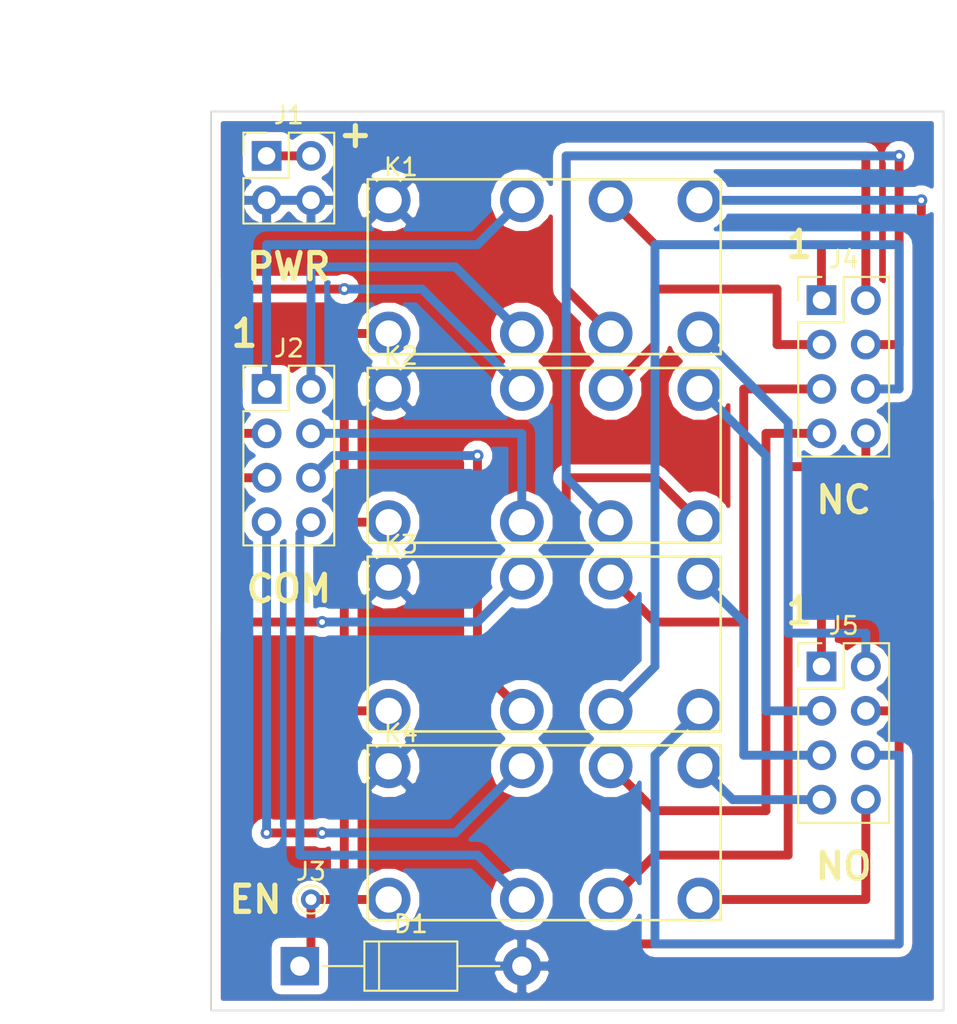
<source format=kicad_pcb>
(kicad_pcb (version 4) (host pcbnew 4.0.7)

  (general
    (links 36)
    (no_connects 0)
    (area 145.514287 70.325 202.000382 128.888)
    (thickness 1.6)
    (drawings 15)
    (tracks 119)
    (zones 0)
    (modules 10)
    (nets 28)
  )

  (page A4)
  (layers
    (0 F.Cu signal hide)
    (31 B.Cu signal hide)
    (32 B.Adhes user)
    (33 F.Adhes user)
    (34 B.Paste user)
    (35 F.Paste user)
    (36 B.SilkS user)
    (37 F.SilkS user)
    (38 B.Mask user)
    (39 F.Mask user)
    (40 Dwgs.User user)
    (41 Cmts.User user)
    (42 Eco1.User user)
    (43 Eco2.User user)
    (44 Edge.Cuts user)
    (45 Margin user)
    (46 B.CrtYd user)
    (47 F.CrtYd user)
    (48 B.Fab user)
    (49 F.Fab user)
  )

  (setup
    (last_trace_width 0.508)
    (trace_clearance 0.508)
    (zone_clearance 0.508)
    (zone_45_only no)
    (trace_min 0.1524)
    (segment_width 0.2)
    (edge_width 0.1)
    (via_size 0.6858)
    (via_drill 0.3302)
    (via_min_size 0.6858)
    (via_min_drill 0.3302)
    (uvia_size 0.6858)
    (uvia_drill 0.3302)
    (uvias_allowed no)
    (uvia_min_size 0)
    (uvia_min_drill 0)
    (pcb_text_width 0.3)
    (pcb_text_size 1.5 1.5)
    (mod_edge_width 0.15)
    (mod_text_size 1 1)
    (mod_text_width 0.15)
    (pad_size 1.5 1.5)
    (pad_drill 0.6)
    (pad_to_mask_clearance 0.0508)
    (aux_axis_origin 0 0)
    (visible_elements FFFFFE7F)
    (pcbplotparams
      (layerselection 0x00030_80000001)
      (usegerberextensions false)
      (excludeedgelayer true)
      (linewidth 0.100000)
      (plotframeref false)
      (viasonmask false)
      (mode 1)
      (useauxorigin false)
      (hpglpennumber 1)
      (hpglpenspeed 20)
      (hpglpendiameter 15)
      (hpglpenoverlay 2)
      (psnegative false)
      (psa4output false)
      (plotreference true)
      (plotvalue true)
      (plotinvisibletext false)
      (padsonsilk false)
      (subtractmaskfromsilk false)
      (outputformat 1)
      (mirror false)
      (drillshape 1)
      (scaleselection 1)
      (outputdirectory ""))
  )

  (net 0 "")
  (net 1 "Net-(D1-Pad1)")
  (net 2 GND)
  (net 3 +12V)
  (net 4 "Net-(J2-Pad1)")
  (net 5 "Net-(J2-Pad2)")
  (net 6 "Net-(J2-Pad3)")
  (net 7 "Net-(J2-Pad4)")
  (net 8 "Net-(J2-Pad5)")
  (net 9 "Net-(J2-Pad6)")
  (net 10 "Net-(J2-Pad7)")
  (net 11 "Net-(J2-Pad8)")
  (net 12 "Net-(J4-Pad1)")
  (net 13 "Net-(J4-Pad2)")
  (net 14 "Net-(J4-Pad3)")
  (net 15 "Net-(J4-Pad4)")
  (net 16 "Net-(J4-Pad5)")
  (net 17 "Net-(J4-Pad6)")
  (net 18 "Net-(J4-Pad7)")
  (net 19 "Net-(J4-Pad8)")
  (net 20 "Net-(J5-Pad1)")
  (net 21 "Net-(J5-Pad2)")
  (net 22 "Net-(J5-Pad3)")
  (net 23 "Net-(J5-Pad4)")
  (net 24 "Net-(J5-Pad5)")
  (net 25 "Net-(J5-Pad6)")
  (net 26 "Net-(J5-Pad7)")
  (net 27 "Net-(J5-Pad8)")

  (net_class Default "This is the default net class."
    (clearance 0.508)
    (trace_width 0.508)
    (via_dia 0.6858)
    (via_drill 0.3302)
    (uvia_dia 0.6858)
    (uvia_drill 0.3302)
    (add_net +12V)
    (add_net GND)
    (add_net "Net-(D1-Pad1)")
    (add_net "Net-(J2-Pad1)")
    (add_net "Net-(J2-Pad2)")
    (add_net "Net-(J2-Pad3)")
    (add_net "Net-(J2-Pad4)")
    (add_net "Net-(J2-Pad5)")
    (add_net "Net-(J2-Pad6)")
    (add_net "Net-(J2-Pad7)")
    (add_net "Net-(J2-Pad8)")
    (add_net "Net-(J4-Pad1)")
    (add_net "Net-(J4-Pad2)")
    (add_net "Net-(J4-Pad3)")
    (add_net "Net-(J4-Pad4)")
    (add_net "Net-(J4-Pad5)")
    (add_net "Net-(J4-Pad6)")
    (add_net "Net-(J4-Pad7)")
    (add_net "Net-(J4-Pad8)")
    (add_net "Net-(J5-Pad1)")
    (add_net "Net-(J5-Pad2)")
    (add_net "Net-(J5-Pad3)")
    (add_net "Net-(J5-Pad4)")
    (add_net "Net-(J5-Pad5)")
    (add_net "Net-(J5-Pad6)")
    (add_net "Net-(J5-Pad7)")
    (add_net "Net-(J5-Pad8)")
  )

  (net_class Minimal ""
    (clearance 0.1524)
    (trace_width 0.1524)
    (via_dia 0.6858)
    (via_drill 0.3302)
    (uvia_dia 0.6858)
    (uvia_drill 0.3302)
  )

  (module Diodes_THT:D_DO-41_SOD81_P12.70mm_Horizontal (layer F.Cu) (tedit 5921392F) (tstamp 5A5A4A70)
    (at 161.925 125.095)
    (descr "D, DO-41_SOD81 series, Axial, Horizontal, pin pitch=12.7mm, , length*diameter=5.2*2.7mm^2, , http://www.diodes.com/_files/packages/DO-41%20(Plastic).pdf")
    (tags "D DO-41_SOD81 series Axial Horizontal pin pitch 12.7mm  length 5.2mm diameter 2.7mm")
    (path /5A5AA274)
    (fp_text reference D1 (at 6.35 -2.41) (layer F.SilkS)
      (effects (font (size 1 1) (thickness 0.15)))
    )
    (fp_text value D (at 6.35 2.41) (layer F.Fab)
      (effects (font (size 1 1) (thickness 0.15)))
    )
    (fp_text user %R (at 6.35 0) (layer F.Fab)
      (effects (font (size 1 1) (thickness 0.15)))
    )
    (fp_line (start 3.75 -1.35) (end 3.75 1.35) (layer F.Fab) (width 0.1))
    (fp_line (start 3.75 1.35) (end 8.95 1.35) (layer F.Fab) (width 0.1))
    (fp_line (start 8.95 1.35) (end 8.95 -1.35) (layer F.Fab) (width 0.1))
    (fp_line (start 8.95 -1.35) (end 3.75 -1.35) (layer F.Fab) (width 0.1))
    (fp_line (start 0 0) (end 3.75 0) (layer F.Fab) (width 0.1))
    (fp_line (start 12.7 0) (end 8.95 0) (layer F.Fab) (width 0.1))
    (fp_line (start 4.53 -1.35) (end 4.53 1.35) (layer F.Fab) (width 0.1))
    (fp_line (start 3.69 -1.41) (end 3.69 1.41) (layer F.SilkS) (width 0.12))
    (fp_line (start 3.69 1.41) (end 9.01 1.41) (layer F.SilkS) (width 0.12))
    (fp_line (start 9.01 1.41) (end 9.01 -1.41) (layer F.SilkS) (width 0.12))
    (fp_line (start 9.01 -1.41) (end 3.69 -1.41) (layer F.SilkS) (width 0.12))
    (fp_line (start 1.28 0) (end 3.69 0) (layer F.SilkS) (width 0.12))
    (fp_line (start 11.42 0) (end 9.01 0) (layer F.SilkS) (width 0.12))
    (fp_line (start 4.53 -1.41) (end 4.53 1.41) (layer F.SilkS) (width 0.12))
    (fp_line (start -1.35 -1.7) (end -1.35 1.7) (layer F.CrtYd) (width 0.05))
    (fp_line (start -1.35 1.7) (end 14.05 1.7) (layer F.CrtYd) (width 0.05))
    (fp_line (start 14.05 1.7) (end 14.05 -1.7) (layer F.CrtYd) (width 0.05))
    (fp_line (start 14.05 -1.7) (end -1.35 -1.7) (layer F.CrtYd) (width 0.05))
    (pad 1 thru_hole rect (at 0 0) (size 2.2 2.2) (drill 1.1) (layers *.Cu *.Mask)
      (net 1 "Net-(D1-Pad1)"))
    (pad 2 thru_hole oval (at 12.7 0) (size 2.2 2.2) (drill 1.1) (layers *.Cu *.Mask)
      (net 2 GND))
    (model ${KISYS3DMOD}/Diodes_THT.3dshapes/D_DO-41_SOD81_P12.70mm_Horizontal.wrl
      (at (xyz 0 0 0))
      (scale (xyz 0.393701 0.393701 0.393701))
      (rotate (xyz 0 0 0))
    )
  )

  (module Pin_Headers:Pin_Header_Straight_2x02_Pitch2.54mm (layer F.Cu) (tedit 59650532) (tstamp 5A5A4A78)
    (at 160.02 78.74)
    (descr "Through hole straight pin header, 2x02, 2.54mm pitch, double rows")
    (tags "Through hole pin header THT 2x02 2.54mm double row")
    (path /5A500D64)
    (fp_text reference J1 (at 1.27 -2.33) (layer F.SilkS)
      (effects (font (size 1 1) (thickness 0.15)))
    )
    (fp_text value Conn_02x02_Odd_Even (at 1.27 4.87) (layer F.Fab)
      (effects (font (size 1 1) (thickness 0.15)))
    )
    (fp_line (start 0 -1.27) (end 3.81 -1.27) (layer F.Fab) (width 0.1))
    (fp_line (start 3.81 -1.27) (end 3.81 3.81) (layer F.Fab) (width 0.1))
    (fp_line (start 3.81 3.81) (end -1.27 3.81) (layer F.Fab) (width 0.1))
    (fp_line (start -1.27 3.81) (end -1.27 0) (layer F.Fab) (width 0.1))
    (fp_line (start -1.27 0) (end 0 -1.27) (layer F.Fab) (width 0.1))
    (fp_line (start -1.33 3.87) (end 3.87 3.87) (layer F.SilkS) (width 0.12))
    (fp_line (start -1.33 1.27) (end -1.33 3.87) (layer F.SilkS) (width 0.12))
    (fp_line (start 3.87 -1.33) (end 3.87 3.87) (layer F.SilkS) (width 0.12))
    (fp_line (start -1.33 1.27) (end 1.27 1.27) (layer F.SilkS) (width 0.12))
    (fp_line (start 1.27 1.27) (end 1.27 -1.33) (layer F.SilkS) (width 0.12))
    (fp_line (start 1.27 -1.33) (end 3.87 -1.33) (layer F.SilkS) (width 0.12))
    (fp_line (start -1.33 0) (end -1.33 -1.33) (layer F.SilkS) (width 0.12))
    (fp_line (start -1.33 -1.33) (end 0 -1.33) (layer F.SilkS) (width 0.12))
    (fp_line (start -1.8 -1.8) (end -1.8 4.35) (layer F.CrtYd) (width 0.05))
    (fp_line (start -1.8 4.35) (end 4.35 4.35) (layer F.CrtYd) (width 0.05))
    (fp_line (start 4.35 4.35) (end 4.35 -1.8) (layer F.CrtYd) (width 0.05))
    (fp_line (start 4.35 -1.8) (end -1.8 -1.8) (layer F.CrtYd) (width 0.05))
    (fp_text user %R (at 1.27 1.27 90) (layer F.Fab)
      (effects (font (size 1 1) (thickness 0.15)))
    )
    (pad 1 thru_hole rect (at 0 0) (size 1.7 1.7) (drill 1) (layers *.Cu *.Mask)
      (net 3 +12V))
    (pad 2 thru_hole oval (at 2.54 0) (size 1.7 1.7) (drill 1) (layers *.Cu *.Mask)
      (net 3 +12V))
    (pad 3 thru_hole oval (at 0 2.54) (size 1.7 1.7) (drill 1) (layers *.Cu *.Mask)
      (net 2 GND))
    (pad 4 thru_hole oval (at 2.54 2.54) (size 1.7 1.7) (drill 1) (layers *.Cu *.Mask)
      (net 2 GND))
    (model ${KISYS3DMOD}/Pin_Headers.3dshapes/Pin_Header_Straight_2x02_Pitch2.54mm.wrl
      (at (xyz 0 0 0))
      (scale (xyz 1 1 1))
      (rotate (xyz 0 0 0))
    )
  )

  (module Pin_Headers:Pin_Header_Straight_2x04_Pitch2.54mm (layer F.Cu) (tedit 59650532) (tstamp 5A5A4A84)
    (at 160.02 92.075)
    (descr "Through hole straight pin header, 2x04, 2.54mm pitch, double rows")
    (tags "Through hole pin header THT 2x04 2.54mm double row")
    (path /5A5172A9)
    (fp_text reference J2 (at 1.27 -2.33) (layer F.SilkS)
      (effects (font (size 1 1) (thickness 0.15)))
    )
    (fp_text value Conn_02x04_Odd_Even (at 1.27 9.95) (layer F.Fab)
      (effects (font (size 1 1) (thickness 0.15)))
    )
    (fp_line (start 0 -1.27) (end 3.81 -1.27) (layer F.Fab) (width 0.1))
    (fp_line (start 3.81 -1.27) (end 3.81 8.89) (layer F.Fab) (width 0.1))
    (fp_line (start 3.81 8.89) (end -1.27 8.89) (layer F.Fab) (width 0.1))
    (fp_line (start -1.27 8.89) (end -1.27 0) (layer F.Fab) (width 0.1))
    (fp_line (start -1.27 0) (end 0 -1.27) (layer F.Fab) (width 0.1))
    (fp_line (start -1.33 8.95) (end 3.87 8.95) (layer F.SilkS) (width 0.12))
    (fp_line (start -1.33 1.27) (end -1.33 8.95) (layer F.SilkS) (width 0.12))
    (fp_line (start 3.87 -1.33) (end 3.87 8.95) (layer F.SilkS) (width 0.12))
    (fp_line (start -1.33 1.27) (end 1.27 1.27) (layer F.SilkS) (width 0.12))
    (fp_line (start 1.27 1.27) (end 1.27 -1.33) (layer F.SilkS) (width 0.12))
    (fp_line (start 1.27 -1.33) (end 3.87 -1.33) (layer F.SilkS) (width 0.12))
    (fp_line (start -1.33 0) (end -1.33 -1.33) (layer F.SilkS) (width 0.12))
    (fp_line (start -1.33 -1.33) (end 0 -1.33) (layer F.SilkS) (width 0.12))
    (fp_line (start -1.8 -1.8) (end -1.8 9.4) (layer F.CrtYd) (width 0.05))
    (fp_line (start -1.8 9.4) (end 4.35 9.4) (layer F.CrtYd) (width 0.05))
    (fp_line (start 4.35 9.4) (end 4.35 -1.8) (layer F.CrtYd) (width 0.05))
    (fp_line (start 4.35 -1.8) (end -1.8 -1.8) (layer F.CrtYd) (width 0.05))
    (fp_text user %R (at 1.27 3.81 90) (layer F.Fab)
      (effects (font (size 1 1) (thickness 0.15)))
    )
    (pad 1 thru_hole rect (at 0 0) (size 1.7 1.7) (drill 1) (layers *.Cu *.Mask)
      (net 4 "Net-(J2-Pad1)"))
    (pad 2 thru_hole oval (at 2.54 0) (size 1.7 1.7) (drill 1) (layers *.Cu *.Mask)
      (net 5 "Net-(J2-Pad2)"))
    (pad 3 thru_hole oval (at 0 2.54) (size 1.7 1.7) (drill 1) (layers *.Cu *.Mask)
      (net 6 "Net-(J2-Pad3)"))
    (pad 4 thru_hole oval (at 2.54 2.54) (size 1.7 1.7) (drill 1) (layers *.Cu *.Mask)
      (net 7 "Net-(J2-Pad4)"))
    (pad 5 thru_hole oval (at 0 5.08) (size 1.7 1.7) (drill 1) (layers *.Cu *.Mask)
      (net 8 "Net-(J2-Pad5)"))
    (pad 6 thru_hole oval (at 2.54 5.08) (size 1.7 1.7) (drill 1) (layers *.Cu *.Mask)
      (net 9 "Net-(J2-Pad6)"))
    (pad 7 thru_hole oval (at 0 7.62) (size 1.7 1.7) (drill 1) (layers *.Cu *.Mask)
      (net 10 "Net-(J2-Pad7)"))
    (pad 8 thru_hole oval (at 2.54 7.62) (size 1.7 1.7) (drill 1) (layers *.Cu *.Mask)
      (net 11 "Net-(J2-Pad8)"))
    (model ${KISYS3DMOD}/Pin_Headers.3dshapes/Pin_Header_Straight_2x04_Pitch2.54mm.wrl
      (at (xyz 0 0 0))
      (scale (xyz 1 1 1))
      (rotate (xyz 0 0 0))
    )
  )

  (module Connectors:PINTST (layer F.Cu) (tedit 58613369) (tstamp 5A5A4A89)
    (at 162.56 121.285)
    (descr "module 1 pin (ou trou mecanique de percage)")
    (tags DEV)
    (path /5A516E4C)
    (fp_text reference J3 (at 0 -1.6) (layer F.SilkS)
      (effects (font (size 1 1) (thickness 0.15)))
    )
    (fp_text value Conn_01x01 (at 0 1.6) (layer F.Fab)
      (effects (font (size 1 1) (thickness 0.15)))
    )
    (fp_circle (center 0 0) (end 1.1 0) (layer F.CrtYd) (width 0.05))
    (fp_circle (center 0 0) (end 0.4 0.6) (layer F.Fab) (width 0.1))
    (fp_circle (center 0 0) (end -0.254 -0.762) (layer F.SilkS) (width 0.12))
    (pad 1 thru_hole circle (at 0 0) (size 1.143 1.143) (drill 0.635) (layers *.Cu *.Mask)
      (net 1 "Net-(D1-Pad1)"))
    (model ${KISYS3DMOD}/Connectors.3dshapes/PINTST.wrl
      (at (xyz 0 0 0))
      (scale (xyz 1 1 1))
      (rotate (xyz 0 0 0))
    )
  )

  (module Pin_Headers:Pin_Header_Straight_2x04_Pitch2.54mm (layer F.Cu) (tedit 59650532) (tstamp 5A5A4A95)
    (at 191.77 86.995)
    (descr "Through hole straight pin header, 2x04, 2.54mm pitch, double rows")
    (tags "Through hole pin header THT 2x04 2.54mm double row")
    (path /5A5189E0)
    (fp_text reference J4 (at 1.27 -2.33) (layer F.SilkS)
      (effects (font (size 1 1) (thickness 0.15)))
    )
    (fp_text value Conn_02x04_Odd_Even (at 1.27 9.95) (layer F.Fab)
      (effects (font (size 1 1) (thickness 0.15)))
    )
    (fp_line (start 0 -1.27) (end 3.81 -1.27) (layer F.Fab) (width 0.1))
    (fp_line (start 3.81 -1.27) (end 3.81 8.89) (layer F.Fab) (width 0.1))
    (fp_line (start 3.81 8.89) (end -1.27 8.89) (layer F.Fab) (width 0.1))
    (fp_line (start -1.27 8.89) (end -1.27 0) (layer F.Fab) (width 0.1))
    (fp_line (start -1.27 0) (end 0 -1.27) (layer F.Fab) (width 0.1))
    (fp_line (start -1.33 8.95) (end 3.87 8.95) (layer F.SilkS) (width 0.12))
    (fp_line (start -1.33 1.27) (end -1.33 8.95) (layer F.SilkS) (width 0.12))
    (fp_line (start 3.87 -1.33) (end 3.87 8.95) (layer F.SilkS) (width 0.12))
    (fp_line (start -1.33 1.27) (end 1.27 1.27) (layer F.SilkS) (width 0.12))
    (fp_line (start 1.27 1.27) (end 1.27 -1.33) (layer F.SilkS) (width 0.12))
    (fp_line (start 1.27 -1.33) (end 3.87 -1.33) (layer F.SilkS) (width 0.12))
    (fp_line (start -1.33 0) (end -1.33 -1.33) (layer F.SilkS) (width 0.12))
    (fp_line (start -1.33 -1.33) (end 0 -1.33) (layer F.SilkS) (width 0.12))
    (fp_line (start -1.8 -1.8) (end -1.8 9.4) (layer F.CrtYd) (width 0.05))
    (fp_line (start -1.8 9.4) (end 4.35 9.4) (layer F.CrtYd) (width 0.05))
    (fp_line (start 4.35 9.4) (end 4.35 -1.8) (layer F.CrtYd) (width 0.05))
    (fp_line (start 4.35 -1.8) (end -1.8 -1.8) (layer F.CrtYd) (width 0.05))
    (fp_text user %R (at 1.27 3.81 90) (layer F.Fab)
      (effects (font (size 1 1) (thickness 0.15)))
    )
    (pad 1 thru_hole rect (at 0 0) (size 1.7 1.7) (drill 1) (layers *.Cu *.Mask)
      (net 12 "Net-(J4-Pad1)"))
    (pad 2 thru_hole oval (at 2.54 0) (size 1.7 1.7) (drill 1) (layers *.Cu *.Mask)
      (net 13 "Net-(J4-Pad2)"))
    (pad 3 thru_hole oval (at 0 2.54) (size 1.7 1.7) (drill 1) (layers *.Cu *.Mask)
      (net 14 "Net-(J4-Pad3)"))
    (pad 4 thru_hole oval (at 2.54 2.54) (size 1.7 1.7) (drill 1) (layers *.Cu *.Mask)
      (net 15 "Net-(J4-Pad4)"))
    (pad 5 thru_hole oval (at 0 5.08) (size 1.7 1.7) (drill 1) (layers *.Cu *.Mask)
      (net 16 "Net-(J4-Pad5)"))
    (pad 6 thru_hole oval (at 2.54 5.08) (size 1.7 1.7) (drill 1) (layers *.Cu *.Mask)
      (net 17 "Net-(J4-Pad6)"))
    (pad 7 thru_hole oval (at 0 7.62) (size 1.7 1.7) (drill 1) (layers *.Cu *.Mask)
      (net 18 "Net-(J4-Pad7)"))
    (pad 8 thru_hole oval (at 2.54 7.62) (size 1.7 1.7) (drill 1) (layers *.Cu *.Mask)
      (net 19 "Net-(J4-Pad8)"))
    (model ${KISYS3DMOD}/Pin_Headers.3dshapes/Pin_Header_Straight_2x04_Pitch2.54mm.wrl
      (at (xyz 0 0 0))
      (scale (xyz 1 1 1))
      (rotate (xyz 0 0 0))
    )
  )

  (module Pin_Headers:Pin_Header_Straight_2x04_Pitch2.54mm (layer F.Cu) (tedit 59650532) (tstamp 5A5A4AA1)
    (at 191.77 107.95)
    (descr "Through hole straight pin header, 2x04, 2.54mm pitch, double rows")
    (tags "Through hole pin header THT 2x04 2.54mm double row")
    (path /5A518A5C)
    (fp_text reference J5 (at 1.27 -2.33) (layer F.SilkS)
      (effects (font (size 1 1) (thickness 0.15)))
    )
    (fp_text value Conn_02x04_Odd_Even (at 1.27 9.95) (layer F.Fab)
      (effects (font (size 1 1) (thickness 0.15)))
    )
    (fp_line (start 0 -1.27) (end 3.81 -1.27) (layer F.Fab) (width 0.1))
    (fp_line (start 3.81 -1.27) (end 3.81 8.89) (layer F.Fab) (width 0.1))
    (fp_line (start 3.81 8.89) (end -1.27 8.89) (layer F.Fab) (width 0.1))
    (fp_line (start -1.27 8.89) (end -1.27 0) (layer F.Fab) (width 0.1))
    (fp_line (start -1.27 0) (end 0 -1.27) (layer F.Fab) (width 0.1))
    (fp_line (start -1.33 8.95) (end 3.87 8.95) (layer F.SilkS) (width 0.12))
    (fp_line (start -1.33 1.27) (end -1.33 8.95) (layer F.SilkS) (width 0.12))
    (fp_line (start 3.87 -1.33) (end 3.87 8.95) (layer F.SilkS) (width 0.12))
    (fp_line (start -1.33 1.27) (end 1.27 1.27) (layer F.SilkS) (width 0.12))
    (fp_line (start 1.27 1.27) (end 1.27 -1.33) (layer F.SilkS) (width 0.12))
    (fp_line (start 1.27 -1.33) (end 3.87 -1.33) (layer F.SilkS) (width 0.12))
    (fp_line (start -1.33 0) (end -1.33 -1.33) (layer F.SilkS) (width 0.12))
    (fp_line (start -1.33 -1.33) (end 0 -1.33) (layer F.SilkS) (width 0.12))
    (fp_line (start -1.8 -1.8) (end -1.8 9.4) (layer F.CrtYd) (width 0.05))
    (fp_line (start -1.8 9.4) (end 4.35 9.4) (layer F.CrtYd) (width 0.05))
    (fp_line (start 4.35 9.4) (end 4.35 -1.8) (layer F.CrtYd) (width 0.05))
    (fp_line (start 4.35 -1.8) (end -1.8 -1.8) (layer F.CrtYd) (width 0.05))
    (fp_text user %R (at 1.27 3.81 90) (layer F.Fab)
      (effects (font (size 1 1) (thickness 0.15)))
    )
    (pad 1 thru_hole rect (at 0 0) (size 1.7 1.7) (drill 1) (layers *.Cu *.Mask)
      (net 20 "Net-(J5-Pad1)"))
    (pad 2 thru_hole oval (at 2.54 0) (size 1.7 1.7) (drill 1) (layers *.Cu *.Mask)
      (net 21 "Net-(J5-Pad2)"))
    (pad 3 thru_hole oval (at 0 2.54) (size 1.7 1.7) (drill 1) (layers *.Cu *.Mask)
      (net 22 "Net-(J5-Pad3)"))
    (pad 4 thru_hole oval (at 2.54 2.54) (size 1.7 1.7) (drill 1) (layers *.Cu *.Mask)
      (net 23 "Net-(J5-Pad4)"))
    (pad 5 thru_hole oval (at 0 5.08) (size 1.7 1.7) (drill 1) (layers *.Cu *.Mask)
      (net 24 "Net-(J5-Pad5)"))
    (pad 6 thru_hole oval (at 2.54 5.08) (size 1.7 1.7) (drill 1) (layers *.Cu *.Mask)
      (net 25 "Net-(J5-Pad6)"))
    (pad 7 thru_hole oval (at 0 7.62) (size 1.7 1.7) (drill 1) (layers *.Cu *.Mask)
      (net 26 "Net-(J5-Pad7)"))
    (pad 8 thru_hole oval (at 2.54 7.62) (size 1.7 1.7) (drill 1) (layers *.Cu *.Mask)
      (net 27 "Net-(J5-Pad8)"))
    (model ${KISYS3DMOD}/Pin_Headers.3dshapes/Pin_Header_Straight_2x04_Pitch2.54mm.wrl
      (at (xyz 0 0 0))
      (scale (xyz 1 1 1))
      (rotate (xyz 0 0 0))
    )
  )

  (module hk19f:Relay_DPDT_HK19F (layer F.Cu) (tedit 5A500BF6) (tstamp 5A5A4AAD)
    (at 167.005 81.28)
    (path /5A50E2A1)
    (fp_text reference K1 (at 0.7 -1.9) (layer F.SilkS)
      (effects (font (size 1 1) (thickness 0.15)))
    )
    (fp_text value HK19F (at 1 9.8) (layer F.Fab)
      (effects (font (size 1 1) (thickness 0.15)))
    )
    (fp_line (start -1.2 -1.2) (end -1.2 8.8) (layer F.SilkS) (width 0.15))
    (fp_line (start -1.2 8.8) (end 19 8.8) (layer F.SilkS) (width 0.15))
    (fp_line (start 19 8.8) (end 19 -1.2) (layer F.SilkS) (width 0.15))
    (fp_line (start 19 -1.2) (end -1.2 -1.2) (layer F.SilkS) (width 0.15))
    (pad 11 thru_hole circle (at 12.7 7.62) (size 2.5 2.5) (drill 1.5) (layers *.Cu *.Mask)
      (net 13 "Net-(J4-Pad2)"))
    (pad 9 thru_hole circle (at 17.78 7.62) (size 2.5 2.5) (drill 1.5) (layers *.Cu *.Mask)
      (net 21 "Net-(J5-Pad2)"))
    (pad 8 thru_hole circle (at 17.78 0) (size 2.5 2.5) (drill 1.5) (layers *.Cu *.Mask)
      (net 20 "Net-(J5-Pad1)"))
    (pad 6 thru_hole circle (at 12.7 0) (size 2.5 2.5) (drill 1.5) (layers *.Cu *.Mask)
      (net 12 "Net-(J4-Pad1)"))
    (pad 13 thru_hole circle (at 7.62 7.62) (size 2.5 2.5) (drill 1.5) (layers *.Cu *.Mask)
      (net 5 "Net-(J2-Pad2)"))
    (pad 4 thru_hole circle (at 7.62 0) (size 2.5 2.5) (drill 1.5) (layers *.Cu *.Mask)
      (net 4 "Net-(J2-Pad1)"))
    (pad 16 thru_hole circle (at 0 7.62) (size 2.5 2.5) (drill 1.5) (layers *.Cu *.Mask)
      (net 1 "Net-(D1-Pad1)"))
    (pad 1 thru_hole circle (at 0 0) (size 2.5 2.5) (drill 1.5) (layers *.Cu *.Mask)
      (net 2 GND))
  )

  (module hk19f:Relay_DPDT_HK19F (layer F.Cu) (tedit 5A500BF6) (tstamp 5A5A4AB9)
    (at 167.005 92.075)
    (path /5A50E9D7)
    (fp_text reference K2 (at 0.7 -1.9) (layer F.SilkS)
      (effects (font (size 1 1) (thickness 0.15)))
    )
    (fp_text value HK19F (at 1 9.8) (layer F.Fab)
      (effects (font (size 1 1) (thickness 0.15)))
    )
    (fp_line (start -1.2 -1.2) (end -1.2 8.8) (layer F.SilkS) (width 0.15))
    (fp_line (start -1.2 8.8) (end 19 8.8) (layer F.SilkS) (width 0.15))
    (fp_line (start 19 8.8) (end 19 -1.2) (layer F.SilkS) (width 0.15))
    (fp_line (start 19 -1.2) (end -1.2 -1.2) (layer F.SilkS) (width 0.15))
    (pad 11 thru_hole circle (at 12.7 7.62) (size 2.5 2.5) (drill 1.5) (layers *.Cu *.Mask)
      (net 15 "Net-(J4-Pad4)"))
    (pad 9 thru_hole circle (at 17.78 7.62) (size 2.5 2.5) (drill 1.5) (layers *.Cu *.Mask)
      (net 23 "Net-(J5-Pad4)"))
    (pad 8 thru_hole circle (at 17.78 0) (size 2.5 2.5) (drill 1.5) (layers *.Cu *.Mask)
      (net 22 "Net-(J5-Pad3)"))
    (pad 6 thru_hole circle (at 12.7 0) (size 2.5 2.5) (drill 1.5) (layers *.Cu *.Mask)
      (net 14 "Net-(J4-Pad3)"))
    (pad 13 thru_hole circle (at 7.62 7.62) (size 2.5 2.5) (drill 1.5) (layers *.Cu *.Mask)
      (net 7 "Net-(J2-Pad4)"))
    (pad 4 thru_hole circle (at 7.62 0) (size 2.5 2.5) (drill 1.5) (layers *.Cu *.Mask)
      (net 6 "Net-(J2-Pad3)"))
    (pad 16 thru_hole circle (at 0 7.62) (size 2.5 2.5) (drill 1.5) (layers *.Cu *.Mask)
      (net 1 "Net-(D1-Pad1)"))
    (pad 1 thru_hole circle (at 0 0) (size 2.5 2.5) (drill 1.5) (layers *.Cu *.Mask)
      (net 2 GND))
  )

  (module hk19f:Relay_DPDT_HK19F (layer F.Cu) (tedit 5A500BF6) (tstamp 5A5A4AC5)
    (at 167.005 102.87)
    (path /5A50EB03)
    (fp_text reference K3 (at 0.7 -1.9) (layer F.SilkS)
      (effects (font (size 1 1) (thickness 0.15)))
    )
    (fp_text value HK19F (at 1 9.8) (layer F.Fab)
      (effects (font (size 1 1) (thickness 0.15)))
    )
    (fp_line (start -1.2 -1.2) (end -1.2 8.8) (layer F.SilkS) (width 0.15))
    (fp_line (start -1.2 8.8) (end 19 8.8) (layer F.SilkS) (width 0.15))
    (fp_line (start 19 8.8) (end 19 -1.2) (layer F.SilkS) (width 0.15))
    (fp_line (start 19 -1.2) (end -1.2 -1.2) (layer F.SilkS) (width 0.15))
    (pad 11 thru_hole circle (at 12.7 7.62) (size 2.5 2.5) (drill 1.5) (layers *.Cu *.Mask)
      (net 17 "Net-(J4-Pad6)"))
    (pad 9 thru_hole circle (at 17.78 7.62) (size 2.5 2.5) (drill 1.5) (layers *.Cu *.Mask)
      (net 25 "Net-(J5-Pad6)"))
    (pad 8 thru_hole circle (at 17.78 0) (size 2.5 2.5) (drill 1.5) (layers *.Cu *.Mask)
      (net 24 "Net-(J5-Pad5)"))
    (pad 6 thru_hole circle (at 12.7 0) (size 2.5 2.5) (drill 1.5) (layers *.Cu *.Mask)
      (net 16 "Net-(J4-Pad5)"))
    (pad 13 thru_hole circle (at 7.62 7.62) (size 2.5 2.5) (drill 1.5) (layers *.Cu *.Mask)
      (net 9 "Net-(J2-Pad6)"))
    (pad 4 thru_hole circle (at 7.62 0) (size 2.5 2.5) (drill 1.5) (layers *.Cu *.Mask)
      (net 8 "Net-(J2-Pad5)"))
    (pad 16 thru_hole circle (at 0 7.62) (size 2.5 2.5) (drill 1.5) (layers *.Cu *.Mask)
      (net 1 "Net-(D1-Pad1)"))
    (pad 1 thru_hole circle (at 0 0) (size 2.5 2.5) (drill 1.5) (layers *.Cu *.Mask)
      (net 2 GND))
  )

  (module hk19f:Relay_DPDT_HK19F (layer F.Cu) (tedit 5A500BF6) (tstamp 5A5A4AD1)
    (at 167.005 113.665)
    (path /5A50EB58)
    (fp_text reference K4 (at 0.7 -1.9) (layer F.SilkS)
      (effects (font (size 1 1) (thickness 0.15)))
    )
    (fp_text value HK19F (at 1 9.8) (layer F.Fab)
      (effects (font (size 1 1) (thickness 0.15)))
    )
    (fp_line (start -1.2 -1.2) (end -1.2 8.8) (layer F.SilkS) (width 0.15))
    (fp_line (start -1.2 8.8) (end 19 8.8) (layer F.SilkS) (width 0.15))
    (fp_line (start 19 8.8) (end 19 -1.2) (layer F.SilkS) (width 0.15))
    (fp_line (start 19 -1.2) (end -1.2 -1.2) (layer F.SilkS) (width 0.15))
    (pad 11 thru_hole circle (at 12.7 7.62) (size 2.5 2.5) (drill 1.5) (layers *.Cu *.Mask)
      (net 19 "Net-(J4-Pad8)"))
    (pad 9 thru_hole circle (at 17.78 7.62) (size 2.5 2.5) (drill 1.5) (layers *.Cu *.Mask)
      (net 27 "Net-(J5-Pad8)"))
    (pad 8 thru_hole circle (at 17.78 0) (size 2.5 2.5) (drill 1.5) (layers *.Cu *.Mask)
      (net 26 "Net-(J5-Pad7)"))
    (pad 6 thru_hole circle (at 12.7 0) (size 2.5 2.5) (drill 1.5) (layers *.Cu *.Mask)
      (net 18 "Net-(J4-Pad7)"))
    (pad 13 thru_hole circle (at 7.62 7.62) (size 2.5 2.5) (drill 1.5) (layers *.Cu *.Mask)
      (net 11 "Net-(J2-Pad8)"))
    (pad 4 thru_hole circle (at 7.62 0) (size 2.5 2.5) (drill 1.5) (layers *.Cu *.Mask)
      (net 10 "Net-(J2-Pad7)"))
    (pad 16 thru_hole circle (at 0 7.62) (size 2.5 2.5) (drill 1.5) (layers *.Cu *.Mask)
      (net 1 "Net-(D1-Pad1)"))
    (pad 1 thru_hole circle (at 0 0) (size 2.5 2.5) (drill 1.5) (layers *.Cu *.Mask)
      (net 2 GND))
  )

  (gr_text + (at 165.1 77.47) (layer F.SilkS)
    (effects (font (size 1.5 1.5) (thickness 0.3)))
  )
  (gr_text 1 (at 190.5 104.775) (layer F.SilkS)
    (effects (font (size 1.5 1.5) (thickness 0.3)))
  )
  (gr_text 1 (at 190.5 83.82) (layer F.SilkS)
    (effects (font (size 1.5 1.5) (thickness 0.3)))
  )
  (gr_text 1 (at 158.75 88.9) (layer F.SilkS)
    (effects (font (size 1.5 1.5) (thickness 0.3)))
  )
  (gr_text PWR (at 161.29 85.09) (layer F.SilkS)
    (effects (font (size 1.5 1.5) (thickness 0.3)))
  )
  (gr_text EN (at 159.385 121.285) (layer F.SilkS)
    (effects (font (size 1.5 1.5) (thickness 0.3)))
  )
  (gr_text NO (at 193.04 119.38) (layer F.SilkS)
    (effects (font (size 1.5 1.5) (thickness 0.3)))
  )
  (gr_text NC (at 193.04 98.425) (layer F.SilkS)
    (effects (font (size 1.5 1.5) (thickness 0.3)))
  )
  (gr_text COM (at 161.29 103.505) (layer F.SilkS)
    (effects (font (size 1.5 1.5) (thickness 0.3)))
  )
  (dimension 52.705 (width 0.3) (layer Dwgs.User)
    (gr_text "2.0750 in" (at 151.05 101.9175 270) (layer Dwgs.User)
      (effects (font (size 1.5 1.5) (thickness 0.3)))
    )
    (feature1 (pts (xy 153.67 128.27) (xy 149.7 128.27)))
    (feature2 (pts (xy 153.67 75.565) (xy 149.7 75.565)))
    (crossbar (pts (xy 152.4 75.565) (xy 152.4 128.27)))
    (arrow1a (pts (xy 152.4 128.27) (xy 151.813579 127.143496)))
    (arrow1b (pts (xy 152.4 128.27) (xy 152.986421 127.143496)))
    (arrow2a (pts (xy 152.4 75.565) (xy 151.813579 76.691504)))
    (arrow2b (pts (xy 152.4 75.565) (xy 152.986421 76.691504)))
  )
  (dimension 43.18 (width 0.3) (layer Dwgs.User)
    (gr_text "1.7000 in" (at 177.8 71.675) (layer Dwgs.User)
      (effects (font (size 1.5 1.5) (thickness 0.3)))
    )
    (feature1 (pts (xy 199.39 73.66) (xy 199.39 70.325)))
    (feature2 (pts (xy 156.21 73.66) (xy 156.21 70.325)))
    (crossbar (pts (xy 156.21 73.025) (xy 199.39 73.025)))
    (arrow1a (pts (xy 199.39 73.025) (xy 198.263496 73.611421)))
    (arrow1b (pts (xy 199.39 73.025) (xy 198.263496 72.438579)))
    (arrow2a (pts (xy 156.21 73.025) (xy 157.336504 73.611421)))
    (arrow2b (pts (xy 156.21 73.025) (xy 157.336504 72.438579)))
  )
  (gr_line (start 156.845 76.2) (end 156.845 127.635) (angle 90) (layer Edge.Cuts) (width 0.1))
  (gr_line (start 198.755 76.2) (end 156.845 76.2) (angle 90) (layer Edge.Cuts) (width 0.1))
  (gr_line (start 198.755 127.635) (end 198.755 76.2) (angle 90) (layer Edge.Cuts) (width 0.1))
  (gr_line (start 156.845 127.635) (end 198.755 127.635) (angle 90) (layer Edge.Cuts) (width 0.1))

  (segment (start 162.56 121.285) (end 162.56 124.46) (width 0.508) (layer F.Cu) (net 1))
  (segment (start 162.56 124.46) (end 161.925 125.095) (width 0.508) (layer F.Cu) (net 1) (tstamp 5A5A5D57))
  (segment (start 164.465 121.285) (end 164.465 118.745) (width 0.508) (layer F.Cu) (net 1))
  (segment (start 164.465 118.745) (end 164.465 110.49) (width 0.508) (layer F.Cu) (net 1) (tstamp 5A5A5AC4))
  (segment (start 167.005 121.285) (end 164.465 121.285) (width 0.508) (layer F.Cu) (net 1))
  (segment (start 164.465 121.285) (end 162.56 121.285) (width 0.508) (layer F.Cu) (net 1) (tstamp 5A5A5D34))
  (segment (start 167.005 110.49) (end 164.465 110.49) (width 0.508) (layer F.Cu) (net 1))
  (segment (start 164.465 110.49) (end 164.465 99.695) (width 0.508) (layer F.Cu) (net 1) (tstamp 5A5A5AC0))
  (segment (start 167.005 88.9) (end 164.465 88.9) (width 0.508) (layer F.Cu) (net 1))
  (segment (start 164.465 99.695) (end 167.005 99.695) (width 0.508) (layer F.Cu) (net 1) (tstamp 5A5A5AB9))
  (segment (start 164.465 88.9) (end 164.465 99.695) (width 0.508) (layer F.Cu) (net 1) (tstamp 5A5A5AB8))
  (segment (start 160.02 78.74) (end 162.56 78.74) (width 0.508) (layer F.Cu) (net 3))
  (segment (start 172.085 83.82) (end 165.1 83.82) (width 0.508) (layer B.Cu) (net 4) (tstamp 5A5A4D05))
  (segment (start 172.085 83.82) (end 174.625 81.28) (width 0.508) (layer B.Cu) (net 4) (status 20))
  (segment (start 160.02 83.82) (end 165.1 83.82) (width 0.508) (layer B.Cu) (net 4) (tstamp 5A5A50F4))
  (segment (start 160.02 92.075) (end 160.02 83.82) (width 0.508) (layer B.Cu) (net 4) (tstamp 5A5A50F0))
  (segment (start 162.56 92.075) (end 162.56 88.9) (width 0.508) (layer B.Cu) (net 5) (status 10))
  (segment (start 170.815 85.09) (end 174.625 88.9) (width 0.508) (layer B.Cu) (net 5) (tstamp 5A5A4D0A) (status 20))
  (segment (start 162.56 85.09) (end 170.815 85.09) (width 0.508) (layer B.Cu) (net 5) (tstamp 5A5A50D8))
  (segment (start 162.56 88.9) (end 162.56 85.09) (width 0.508) (layer B.Cu) (net 5) (tstamp 5A5A50D2))
  (segment (start 160.02 94.615) (end 158.115 94.615) (width 0.508) (layer F.Cu) (net 6))
  (segment (start 158.115 94.615) (end 158.115 86.36) (width 0.508) (layer F.Cu) (net 6) (tstamp 5A5A5CD7))
  (segment (start 158.115 86.36) (end 164.465 86.36) (width 0.508) (layer F.Cu) (net 6) (tstamp 5A5A5CDB))
  (via (at 164.465 86.36) (size 0.6858) (drill 0.3302) (layers F.Cu B.Cu) (net 6))
  (segment (start 168.91 86.36) (end 174.625 92.075) (width 0.508) (layer B.Cu) (net 6) (tstamp 5A5A5498))
  (segment (start 164.465 86.36) (end 168.91 86.36) (width 0.508) (layer B.Cu) (net 6) (tstamp 5A5A5493))
  (segment (start 164.465 86.36) (end 164.465 86.36) (width 0.508) (layer B.Cu) (net 6) (tstamp 5A5A5490))
  (segment (start 174.625 99.695) (end 174.625 94.615) (width 0.508) (layer B.Cu) (net 7))
  (segment (start 174.625 94.615) (end 162.56 94.615) (width 0.508) (layer B.Cu) (net 7) (tstamp 5A5A4D1E) (status 20))
  (segment (start 174.625 102.87) (end 172.085 105.41) (width 0.508) (layer B.Cu) (net 8))
  (segment (start 158.115 97.155) (end 160.02 97.155) (width 0.508) (layer F.Cu) (net 8) (tstamp 5A5A5CD0))
  (segment (start 158.115 105.41) (end 158.115 97.155) (width 0.508) (layer F.Cu) (net 8) (tstamp 5A5A5CCF))
  (segment (start 163.195 105.41) (end 158.115 105.41) (width 0.508) (layer F.Cu) (net 8) (tstamp 5A5A5CCE))
  (via (at 163.195 105.41) (size 0.6858) (drill 0.3302) (layers F.Cu B.Cu) (net 8))
  (segment (start 172.085 105.41) (end 163.195 105.41) (width 0.508) (layer B.Cu) (net 8) (tstamp 5A5A5CC1))
  (segment (start 162.56 97.155) (end 163.83 95.885) (width 0.508) (layer B.Cu) (net 9))
  (segment (start 172.085 107.95) (end 174.625 110.49) (width 0.508) (layer F.Cu) (net 9) (tstamp 5A5A4E28) (status 20))
  (segment (start 172.085 95.885) (end 172.085 107.95) (width 0.508) (layer F.Cu) (net 9) (tstamp 5A5A4E27))
  (via (at 172.085 95.885) (size 0.6858) (drill 0.3302) (layers F.Cu B.Cu) (net 9))
  (segment (start 163.83 95.885) (end 172.085 95.885) (width 0.508) (layer B.Cu) (net 9) (tstamp 5A5A5C4F))
  (segment (start 174.625 113.665) (end 170.815 117.475) (width 0.508) (layer B.Cu) (net 10))
  (segment (start 160.02 117.475) (end 160.02 99.695) (width 0.508) (layer B.Cu) (net 10) (tstamp 5A5A5C98))
  (via (at 160.02 117.475) (size 0.6858) (drill 0.3302) (layers F.Cu B.Cu) (net 10))
  (segment (start 163.195 117.475) (end 160.02 117.475) (width 0.508) (layer F.Cu) (net 10) (tstamp 5A5A5C94))
  (via (at 163.195 117.475) (size 0.6858) (drill 0.3302) (layers F.Cu B.Cu) (net 10))
  (segment (start 170.815 117.475) (end 163.195 117.475) (width 0.508) (layer B.Cu) (net 10) (tstamp 5A5A5C8F))
  (segment (start 162.56 99.695) (end 161.925 100.33) (width 0.508) (layer B.Cu) (net 11))
  (segment (start 172.085 118.745) (end 174.625 121.285) (width 0.508) (layer B.Cu) (net 11) (tstamp 5A5A5C80))
  (segment (start 161.925 118.745) (end 172.085 118.745) (width 0.508) (layer B.Cu) (net 11) (tstamp 5A5A5C7C))
  (segment (start 161.925 100.33) (end 161.925 118.745) (width 0.508) (layer B.Cu) (net 11) (tstamp 5A5A5C78))
  (segment (start 191.77 86.995) (end 191.77 83.82) (width 0.508) (layer F.Cu) (net 12) (status 10))
  (segment (start 182.245 83.82) (end 179.705 81.28) (width 0.508) (layer F.Cu) (net 12) (tstamp 5A5A551B))
  (segment (start 191.77 83.82) (end 182.245 83.82) (width 0.508) (layer F.Cu) (net 12) (tstamp 5A5A551A))
  (segment (start 194.31 86.995) (end 194.31 78.74) (width 0.508) (layer F.Cu) (net 13))
  (segment (start 177.165 86.36) (end 179.705 88.9) (width 0.508) (layer F.Cu) (net 13) (tstamp 5A5A4EDD) (status 20))
  (segment (start 177.165 78.74) (end 177.165 86.36) (width 0.508) (layer F.Cu) (net 13) (tstamp 5A5A4ED9))
  (segment (start 194.31 78.74) (end 177.165 78.74) (width 0.508) (layer F.Cu) (net 13) (tstamp 5A5A595B))
  (segment (start 182.245 86.995) (end 182.245 86.36) (width 0.508) (layer F.Cu) (net 14))
  (segment (start 182.245 89.535) (end 182.245 86.995) (width 0.508) (layer F.Cu) (net 14) (tstamp 5A5A54F6))
  (segment (start 179.705 92.075) (end 182.245 89.535) (width 0.508) (layer F.Cu) (net 14))
  (segment (start 189.23 89.535) (end 191.77 89.535) (width 0.508) (layer F.Cu) (net 14) (tstamp 5A5A5981))
  (segment (start 189.23 86.36) (end 189.23 89.535) (width 0.508) (layer F.Cu) (net 14) (tstamp 5A5A597F))
  (segment (start 182.245 86.36) (end 189.23 86.36) (width 0.508) (layer F.Cu) (net 14) (tstamp 5A5A597D))
  (segment (start 194.31 89.535) (end 196.215 89.535) (width 0.508) (layer F.Cu) (net 15) (status 10))
  (segment (start 177.165 97.155) (end 179.705 99.695) (width 0.508) (layer B.Cu) (net 15) (tstamp 5A5A4EF3))
  (segment (start 177.165 78.74) (end 177.165 97.155) (width 0.508) (layer B.Cu) (net 15) (tstamp 5A5A4EF2))
  (segment (start 196.215 78.74) (end 177.165 78.74) (width 0.508) (layer B.Cu) (net 15) (tstamp 5A5A4EF1))
  (via (at 196.215 78.74) (size 0.6858) (drill 0.3302) (layers F.Cu B.Cu) (net 15))
  (segment (start 196.215 82.55) (end 196.215 78.74) (width 0.508) (layer F.Cu) (net 15) (tstamp 5A5A4EE6))
  (segment (start 196.215 89.535) (end 196.215 82.55) (width 0.508) (layer F.Cu) (net 15) (tstamp 5A5A4EE3))
  (segment (start 191.77 92.075) (end 187.325 92.075) (width 0.508) (layer F.Cu) (net 16) (status 10))
  (segment (start 182.245 105.41) (end 179.705 102.87) (width 0.508) (layer F.Cu) (net 16) (tstamp 5A5A5060) (status 20))
  (segment (start 187.325 105.41) (end 182.245 105.41) (width 0.508) (layer F.Cu) (net 16) (tstamp 5A5A5059))
  (segment (start 187.325 92.075) (end 187.325 105.41) (width 0.508) (layer F.Cu) (net 16) (tstamp 5A5A5058))
  (segment (start 179.705 110.49) (end 182.245 107.95) (width 0.508) (layer B.Cu) (net 17) (status 10))
  (segment (start 196.215 92.075) (end 194.31 92.075) (width 0.508) (layer B.Cu) (net 17) (tstamp 5A5A4FB6) (status 20))
  (segment (start 196.215 83.82) (end 196.215 92.075) (width 0.508) (layer B.Cu) (net 17) (tstamp 5A5A4FB2))
  (segment (start 182.245 83.82) (end 196.215 83.82) (width 0.508) (layer B.Cu) (net 17) (tstamp 5A5A4FAE))
  (segment (start 182.245 107.95) (end 182.245 83.82) (width 0.508) (layer B.Cu) (net 17) (tstamp 5A5A4FAB))
  (segment (start 191.77 94.615) (end 188.595 94.615) (width 0.508) (layer F.Cu) (net 18) (status 10))
  (segment (start 182.245 116.205) (end 179.705 113.665) (width 0.508) (layer F.Cu) (net 18) (tstamp 5A5A4E9D))
  (segment (start 188.595 116.205) (end 182.245 116.205) (width 0.508) (layer F.Cu) (net 18) (tstamp 5A5A4E9A))
  (segment (start 188.595 94.615) (end 188.595 116.205) (width 0.508) (layer F.Cu) (net 18) (tstamp 5A5A4E99))
  (segment (start 194.31 94.615) (end 194.31 96.52) (width 0.508) (layer F.Cu) (net 19) (status 10))
  (segment (start 182.245 118.745) (end 179.705 121.285) (width 0.508) (layer F.Cu) (net 19) (tstamp 5A5A4EAB))
  (segment (start 189.865 118.745) (end 182.245 118.745) (width 0.508) (layer F.Cu) (net 19) (tstamp 5A5A4EAA))
  (segment (start 189.865 96.52) (end 189.865 118.745) (width 0.508) (layer F.Cu) (net 19) (tstamp 5A5A4EA4))
  (segment (start 194.31 96.52) (end 189.865 96.52) (width 0.508) (layer F.Cu) (net 19) (tstamp 5A5A4EA1))
  (segment (start 191.77 107.95) (end 191.77 97.79) (width 0.508) (layer F.Cu) (net 20))
  (segment (start 197.485 81.28) (end 184.785 81.28) (width 0.508) (layer B.Cu) (net 20) (tstamp 5A5A4F87) (status 20))
  (via (at 197.485 81.28) (size 0.6858) (drill 0.3302) (layers F.Cu B.Cu) (net 20))
  (segment (start 197.485 97.79) (end 197.485 81.28) (width 0.508) (layer F.Cu) (net 20) (tstamp 5A5A4F7E))
  (segment (start 197.485 97.79) (end 197.485 97.79) (width 0.508) (layer F.Cu) (net 20) (tstamp 5A5A4F79))
  (segment (start 191.77 97.79) (end 197.485 97.79) (width 0.508) (layer F.Cu) (net 20) (tstamp 5A5A4F77))
  (segment (start 194.31 107.95) (end 194.31 106.045) (width 0.508) (layer B.Cu) (net 21))
  (segment (start 189.865 93.98) (end 184.785 88.9) (width 0.508) (layer B.Cu) (net 21) (tstamp 5A5A4F92) (status 20))
  (segment (start 189.865 106.045) (end 189.865 93.98) (width 0.508) (layer B.Cu) (net 21) (tstamp 5A5A4F91))
  (segment (start 194.31 106.045) (end 189.865 106.045) (width 0.508) (layer B.Cu) (net 21) (tstamp 5A5A4F8D))
  (segment (start 191.77 110.49) (end 188.595 110.49) (width 0.508) (layer B.Cu) (net 22))
  (segment (start 188.595 95.885) (end 184.785 92.075) (width 0.508) (layer B.Cu) (net 22) (tstamp 5A5A4F38))
  (segment (start 188.595 110.49) (end 188.595 95.885) (width 0.508) (layer B.Cu) (net 22) (tstamp 5A5A4F37))
  (segment (start 196.215 110.49) (end 196.215 123.825) (width 0.508) (layer F.Cu) (net 23))
  (segment (start 184.785 99.695) (end 182.245 97.155) (width 0.508) (layer F.Cu) (net 23) (tstamp 5A5A50AF))
  (segment (start 177.165 97.155) (end 182.245 97.155) (width 0.508) (layer F.Cu) (net 23) (tstamp 5A5A50AC))
  (segment (start 177.165 123.825) (end 177.165 97.155) (width 0.508) (layer F.Cu) (net 23) (tstamp 5A5A50AB))
  (segment (start 196.215 123.825) (end 177.165 123.825) (width 0.508) (layer F.Cu) (net 23) (tstamp 5A5A50A1))
  (segment (start 196.215 110.49) (end 194.31 110.49) (width 0.508) (layer F.Cu) (net 23))
  (segment (start 191.77 113.03) (end 187.325 113.03) (width 0.508) (layer B.Cu) (net 24))
  (segment (start 187.325 105.41) (end 184.785 102.87) (width 0.508) (layer B.Cu) (net 24) (tstamp 5A5A4F33) (status 20))
  (segment (start 187.325 113.03) (end 187.325 105.41) (width 0.508) (layer B.Cu) (net 24) (tstamp 5A5A4F31))
  (segment (start 184.785 110.49) (end 182.245 113.03) (width 0.508) (layer B.Cu) (net 25) (status 10))
  (segment (start 196.215 113.03) (end 194.31 113.03) (width 0.508) (layer B.Cu) (net 25) (tstamp 5A5A508E))
  (segment (start 196.215 123.825) (end 196.215 113.03) (width 0.508) (layer B.Cu) (net 25) (tstamp 5A5A508C))
  (segment (start 182.245 123.825) (end 196.215 123.825) (width 0.508) (layer B.Cu) (net 25) (tstamp 5A5A5089))
  (segment (start 182.245 113.03) (end 182.245 123.825) (width 0.508) (layer B.Cu) (net 25) (tstamp 5A5A5088))
  (segment (start 191.77 115.57) (end 186.69 115.57) (width 0.508) (layer B.Cu) (net 26))
  (segment (start 186.69 115.57) (end 184.785 113.665) (width 0.508) (layer B.Cu) (net 26) (tstamp 5A5A5A51))
  (segment (start 194.31 115.57) (end 194.31 121.285) (width 0.508) (layer F.Cu) (net 27))
  (segment (start 194.31 121.285) (end 184.785 121.285) (width 0.508) (layer F.Cu) (net 27) (tstamp 5A5A5080))

  (zone (net 2) (net_name GND) (layer B.Cu) (tstamp 5A5A5372) (hatch edge 0.508)
    (connect_pads (clearance 0.508))
    (min_thickness 0.254)
    (fill yes (arc_segments 16) (thermal_gap 0.508) (thermal_bridge_width 0.508))
    (polygon
      (pts
        (xy 199.39 128.27) (xy 156.21 128.27) (xy 156.21 75.565) (xy 199.39 75.565)
      )
    )
    (filled_polygon
      (pts
        (xy 198.07 80.481854) (xy 198.039659 80.45146) (xy 197.68037 80.30227) (xy 197.291337 80.301931) (xy 197.075773 80.391)
        (xy 186.457246 80.391) (xy 186.383957 80.213628) (xy 185.854161 79.682907) (xy 185.724339 79.629) (xy 195.805945 79.629)
        (xy 196.01963 79.71773) (xy 196.408663 79.718069) (xy 196.768212 79.569507) (xy 197.04354 79.294659) (xy 197.19273 78.93537)
        (xy 197.193069 78.546337) (xy 197.044507 78.186788) (xy 196.769659 77.91146) (xy 196.41037 77.76227) (xy 196.021337 77.761931)
        (xy 195.805773 77.851) (xy 177.165 77.851) (xy 176.824794 77.918671) (xy 176.536382 78.111382) (xy 176.343671 78.399794)
        (xy 176.276 78.74) (xy 176.276 80.339582) (xy 176.223957 80.213628) (xy 175.694161 79.682907) (xy 175.001595 79.395328)
        (xy 174.251695 79.394674) (xy 173.558628 79.681043) (xy 173.027907 80.210839) (xy 172.740328 80.903405) (xy 172.739674 81.653305)
        (xy 172.814168 81.833596) (xy 171.716764 82.931) (xy 167.969409 82.931) (xy 168.029467 82.906123) (xy 168.158715 82.61332)
        (xy 167.005 81.459605) (xy 165.851285 82.61332) (xy 165.980533 82.906123) (xy 166.045471 82.931) (xy 160.02 82.931)
        (xy 159.679794 82.998671) (xy 159.391382 83.191382) (xy 159.198671 83.479794) (xy 159.131 83.82) (xy 159.131 90.584898)
        (xy 158.934683 90.621838) (xy 158.718559 90.76091) (xy 158.573569 90.97311) (xy 158.52256 91.225) (xy 158.52256 92.925)
        (xy 158.566838 93.160317) (xy 158.70591 93.376441) (xy 158.91811 93.521431) (xy 158.985541 93.535086) (xy 158.940853 93.564946)
        (xy 158.618946 94.046715) (xy 158.505907 94.615) (xy 158.618946 95.183285) (xy 158.940853 95.665054) (xy 159.270026 95.885)
        (xy 158.940853 96.104946) (xy 158.618946 96.586715) (xy 158.505907 97.155) (xy 158.618946 97.723285) (xy 158.940853 98.205054)
        (xy 159.270026 98.425) (xy 158.940853 98.644946) (xy 158.618946 99.126715) (xy 158.505907 99.695) (xy 158.618946 100.263285)
        (xy 158.940853 100.745054) (xy 159.131 100.872106) (xy 159.131 117.065945) (xy 159.04227 117.27963) (xy 159.041931 117.668663)
        (xy 159.190493 118.028212) (xy 159.465341 118.30354) (xy 159.82463 118.45273) (xy 160.213663 118.453069) (xy 160.573212 118.304507)
        (xy 160.84854 118.029659) (xy 160.99773 117.67037) (xy 160.998069 117.281337) (xy 160.909 117.065773) (xy 160.909 100.872106)
        (xy 161.036 100.787247) (xy 161.036 118.745) (xy 161.103671 119.085206) (xy 161.296382 119.373618) (xy 161.584794 119.566329)
        (xy 161.925 119.634) (xy 166.064582 119.634) (xy 165.938628 119.686043) (xy 165.407907 120.215839) (xy 165.120328 120.908405)
        (xy 165.119674 121.658305) (xy 165.406043 122.351372) (xy 165.935839 122.882093) (xy 166.628405 123.169672) (xy 167.378305 123.170326)
        (xy 168.071372 122.883957) (xy 168.602093 122.354161) (xy 168.889672 121.661595) (xy 168.890326 120.911695) (xy 168.603957 120.218628)
        (xy 168.074161 119.687907) (xy 167.944339 119.634) (xy 171.716764 119.634) (xy 172.813926 120.731162) (xy 172.740328 120.908405)
        (xy 172.739674 121.658305) (xy 173.026043 122.351372) (xy 173.555839 122.882093) (xy 174.248405 123.169672) (xy 174.998305 123.170326)
        (xy 175.691372 122.883957) (xy 176.222093 122.354161) (xy 176.509672 121.661595) (xy 176.510326 120.911695) (xy 176.223957 120.218628)
        (xy 175.694161 119.687907) (xy 175.001595 119.400328) (xy 174.251695 119.399674) (xy 174.071404 119.474168) (xy 172.713618 118.116382)
        (xy 172.581662 118.028212) (xy 172.425206 117.923671) (xy 172.085 117.856) (xy 171.691236 117.856) (xy 174.071162 115.476074)
        (xy 174.248405 115.549672) (xy 174.998305 115.550326) (xy 175.691372 115.263957) (xy 176.222093 114.734161) (xy 176.509672 114.041595)
        (xy 176.510326 113.291695) (xy 176.223957 112.598628) (xy 175.703294 112.077056) (xy 176.222093 111.559161) (xy 176.509672 110.866595)
        (xy 176.510326 110.116695) (xy 176.223957 109.423628) (xy 175.694161 108.892907) (xy 175.001595 108.605328) (xy 174.251695 108.604674)
        (xy 173.558628 108.891043) (xy 173.027907 109.420839) (xy 172.740328 110.113405) (xy 172.739674 110.863305) (xy 173.026043 111.556372)
        (xy 173.546706 112.077944) (xy 173.027907 112.595839) (xy 172.740328 113.288405) (xy 172.739674 114.038305) (xy 172.814168 114.218596)
        (xy 170.446764 116.586) (xy 163.604055 116.586) (xy 163.39037 116.49727) (xy 163.001337 116.496931) (xy 162.814 116.574337)
        (xy 162.814 114.99832) (xy 165.851285 114.99832) (xy 165.980533 115.291123) (xy 166.680806 115.559388) (xy 167.430435 115.53925)
        (xy 168.029467 115.291123) (xy 168.158715 114.99832) (xy 167.005 113.844605) (xy 165.851285 114.99832) (xy 162.814 114.99832)
        (xy 162.814 113.340806) (xy 165.110612 113.340806) (xy 165.13075 114.090435) (xy 165.378877 114.689467) (xy 165.67168 114.818715)
        (xy 166.825395 113.665) (xy 167.184605 113.665) (xy 168.33832 114.818715) (xy 168.631123 114.689467) (xy 168.899388 113.989194)
        (xy 168.87925 113.239565) (xy 168.631123 112.640533) (xy 168.33832 112.511285) (xy 167.184605 113.665) (xy 166.825395 113.665)
        (xy 165.67168 112.511285) (xy 165.378877 112.640533) (xy 165.110612 113.340806) (xy 162.814 113.340806) (xy 162.814 110.863305)
        (xy 165.119674 110.863305) (xy 165.406043 111.556372) (xy 165.935839 112.087093) (xy 165.955623 112.095308) (xy 165.851285 112.33168)
        (xy 167.005 113.485395) (xy 168.158715 112.33168) (xy 168.054627 112.095876) (xy 168.071372 112.088957) (xy 168.602093 111.559161)
        (xy 168.889672 110.866595) (xy 168.890326 110.116695) (xy 168.603957 109.423628) (xy 168.074161 108.892907) (xy 167.381595 108.605328)
        (xy 166.631695 108.604674) (xy 165.938628 108.891043) (xy 165.407907 109.420839) (xy 165.120328 110.113405) (xy 165.119674 110.863305)
        (xy 162.814 110.863305) (xy 162.814 106.31065) (xy 162.99963 106.38773) (xy 163.388663 106.388069) (xy 163.604227 106.299)
        (xy 172.085 106.299) (xy 172.425206 106.231329) (xy 172.713618 106.038618) (xy 174.071162 104.681074) (xy 174.248405 104.754672)
        (xy 174.998305 104.755326) (xy 175.691372 104.468957) (xy 176.222093 103.939161) (xy 176.509672 103.246595) (xy 176.510326 102.496695)
        (xy 176.223957 101.803628) (xy 175.703294 101.282056) (xy 176.222093 100.764161) (xy 176.509672 100.071595) (xy 176.510326 99.321695)
        (xy 176.223957 98.628628) (xy 175.694161 98.097907) (xy 175.514 98.023097) (xy 175.514 94.615) (xy 175.446329 94.274794)
        (xy 175.253618 93.986382) (xy 175.131968 93.905098) (xy 175.691372 93.673957) (xy 176.222093 93.144161) (xy 176.276 93.014339)
        (xy 176.276 97.155) (xy 176.343671 97.495206) (xy 176.496069 97.723285) (xy 176.536382 97.783618) (xy 177.893926 99.141162)
        (xy 177.820328 99.318405) (xy 177.819674 100.068305) (xy 178.106043 100.761372) (xy 178.626706 101.282944) (xy 178.107907 101.800839)
        (xy 177.820328 102.493405) (xy 177.819674 103.243305) (xy 178.106043 103.936372) (xy 178.635839 104.467093) (xy 179.328405 104.754672)
        (xy 180.078305 104.755326) (xy 180.771372 104.468957) (xy 181.302093 103.939161) (xy 181.356 103.809339) (xy 181.356 107.581764)
        (xy 180.258838 108.678926) (xy 180.081595 108.605328) (xy 179.331695 108.604674) (xy 178.638628 108.891043) (xy 178.107907 109.420839)
        (xy 177.820328 110.113405) (xy 177.819674 110.863305) (xy 178.106043 111.556372) (xy 178.626706 112.077944) (xy 178.107907 112.595839)
        (xy 177.820328 113.288405) (xy 177.819674 114.038305) (xy 178.106043 114.731372) (xy 178.635839 115.262093) (xy 179.328405 115.549672)
        (xy 180.078305 115.550326) (xy 180.771372 115.263957) (xy 181.302093 114.734161) (xy 181.356 114.604339) (xy 181.356 120.344582)
        (xy 181.303957 120.218628) (xy 180.774161 119.687907) (xy 180.081595 119.400328) (xy 179.331695 119.399674) (xy 178.638628 119.686043)
        (xy 178.107907 120.215839) (xy 177.820328 120.908405) (xy 177.819674 121.658305) (xy 178.106043 122.351372) (xy 178.635839 122.882093)
        (xy 179.328405 123.169672) (xy 180.078305 123.170326) (xy 180.771372 122.883957) (xy 181.302093 122.354161) (xy 181.356 122.224339)
        (xy 181.356 123.825) (xy 181.423671 124.165206) (xy 181.616382 124.453618) (xy 181.904794 124.646329) (xy 182.245 124.714)
        (xy 196.215 124.714) (xy 196.555206 124.646329) (xy 196.843618 124.453618) (xy 197.036329 124.165206) (xy 197.104 123.825)
        (xy 197.104 113.03) (xy 197.036329 112.689794) (xy 196.843618 112.401382) (xy 196.555206 112.208671) (xy 196.215 112.141)
        (xy 195.49676 112.141) (xy 195.389147 111.979946) (xy 195.059974 111.76) (xy 195.389147 111.540054) (xy 195.711054 111.058285)
        (xy 195.824093 110.49) (xy 195.711054 109.921715) (xy 195.389147 109.439946) (xy 195.059974 109.22) (xy 195.389147 109.000054)
        (xy 195.711054 108.518285) (xy 195.824093 107.95) (xy 195.711054 107.381715) (xy 195.389147 106.899946) (xy 195.199 106.772894)
        (xy 195.199 106.045) (xy 195.131329 105.704794) (xy 194.938618 105.416382) (xy 194.650206 105.223671) (xy 194.31 105.156)
        (xy 190.754 105.156) (xy 190.754 95.707247) (xy 191.172622 95.986961) (xy 191.740907 96.1) (xy 191.799093 96.1)
        (xy 192.367378 95.986961) (xy 192.849147 95.665054) (xy 193.04 95.379422) (xy 193.230853 95.665054) (xy 193.712622 95.986961)
        (xy 194.280907 96.1) (xy 194.339093 96.1) (xy 194.907378 95.986961) (xy 195.389147 95.665054) (xy 195.711054 95.183285)
        (xy 195.824093 94.615) (xy 195.711054 94.046715) (xy 195.389147 93.564946) (xy 195.059974 93.345) (xy 195.389147 93.125054)
        (xy 195.49676 92.964) (xy 196.215 92.964) (xy 196.555206 92.896329) (xy 196.843618 92.703618) (xy 197.036329 92.415206)
        (xy 197.104 92.075) (xy 197.104 83.82) (xy 197.036329 83.479794) (xy 196.843618 83.191382) (xy 196.555206 82.998671)
        (xy 196.215 82.931) (xy 185.725418 82.931) (xy 185.851372 82.878957) (xy 186.382093 82.349161) (xy 186.456903 82.169)
        (xy 197.075945 82.169) (xy 197.28963 82.25773) (xy 197.678663 82.258069) (xy 198.038212 82.109507) (xy 198.07 82.077774)
        (xy 198.07 126.95) (xy 157.53 126.95) (xy 157.53 123.995) (xy 160.17756 123.995) (xy 160.17756 126.195)
        (xy 160.221838 126.430317) (xy 160.36091 126.646441) (xy 160.57311 126.791431) (xy 160.825 126.84244) (xy 163.025 126.84244)
        (xy 163.260317 126.798162) (xy 163.476441 126.65909) (xy 163.621431 126.44689) (xy 163.67244 126.195) (xy 163.67244 125.491122)
        (xy 172.935825 125.491122) (xy 173.150466 126.009332) (xy 173.612608 126.504012) (xy 174.228877 126.784183) (xy 174.498 126.666604)
        (xy 174.498 125.222) (xy 174.752 125.222) (xy 174.752 126.666604) (xy 175.021123 126.784183) (xy 175.637392 126.504012)
        (xy 176.099534 126.009332) (xy 176.314175 125.491122) (xy 176.196125 125.222) (xy 174.752 125.222) (xy 174.498 125.222)
        (xy 173.053875 125.222) (xy 172.935825 125.491122) (xy 163.67244 125.491122) (xy 163.67244 124.698878) (xy 172.935825 124.698878)
        (xy 173.053875 124.968) (xy 174.498 124.968) (xy 174.498 123.523396) (xy 174.752 123.523396) (xy 174.752 124.968)
        (xy 176.196125 124.968) (xy 176.314175 124.698878) (xy 176.099534 124.180668) (xy 175.637392 123.685988) (xy 175.021123 123.405817)
        (xy 174.752 123.523396) (xy 174.498 123.523396) (xy 174.228877 123.405817) (xy 173.612608 123.685988) (xy 173.150466 124.180668)
        (xy 172.935825 124.698878) (xy 163.67244 124.698878) (xy 163.67244 123.995) (xy 163.628162 123.759683) (xy 163.48909 123.543559)
        (xy 163.27689 123.398569) (xy 163.025 123.34756) (xy 160.825 123.34756) (xy 160.589683 123.391838) (xy 160.373559 123.53091)
        (xy 160.228569 123.74311) (xy 160.17756 123.995) (xy 157.53 123.995) (xy 157.53 121.523935) (xy 161.353291 121.523935)
        (xy 161.536582 121.967535) (xy 161.87568 122.307225) (xy 162.318959 122.49129) (xy 162.798935 122.491709) (xy 163.242535 122.308418)
        (xy 163.582225 121.96932) (xy 163.76629 121.526041) (xy 163.766709 121.046065) (xy 163.583418 120.602465) (xy 163.24432 120.262775)
        (xy 162.801041 120.07871) (xy 162.321065 120.078291) (xy 161.877465 120.261582) (xy 161.537775 120.60068) (xy 161.35371 121.043959)
        (xy 161.353291 121.523935) (xy 157.53 121.523935) (xy 157.53 81.63689) (xy 158.578524 81.63689) (xy 158.748355 82.046924)
        (xy 159.138642 82.475183) (xy 159.663108 82.721486) (xy 159.893 82.600819) (xy 159.893 81.407) (xy 160.147 81.407)
        (xy 160.147 82.600819) (xy 160.376892 82.721486) (xy 160.901358 82.475183) (xy 161.29 82.048729) (xy 161.678642 82.475183)
        (xy 162.203108 82.721486) (xy 162.433 82.600819) (xy 162.433 81.407) (xy 162.687 81.407) (xy 162.687 82.600819)
        (xy 162.916892 82.721486) (xy 163.441358 82.475183) (xy 163.831645 82.046924) (xy 164.001476 81.63689) (xy 163.880155 81.407)
        (xy 162.687 81.407) (xy 162.433 81.407) (xy 160.147 81.407) (xy 159.893 81.407) (xy 158.699845 81.407)
        (xy 158.578524 81.63689) (xy 157.53 81.63689) (xy 157.53 77.89) (xy 158.52256 77.89) (xy 158.52256 79.59)
        (xy 158.566838 79.825317) (xy 158.70591 80.041441) (xy 158.91811 80.186431) (xy 159.026107 80.208301) (xy 158.748355 80.513076)
        (xy 158.578524 80.92311) (xy 158.699845 81.153) (xy 159.893 81.153) (xy 159.893 81.133) (xy 160.147 81.133)
        (xy 160.147 81.153) (xy 162.433 81.153) (xy 162.433 81.133) (xy 162.687 81.133) (xy 162.687 81.153)
        (xy 163.880155 81.153) (xy 163.984221 80.955806) (xy 165.110612 80.955806) (xy 165.13075 81.705435) (xy 165.378877 82.304467)
        (xy 165.67168 82.433715) (xy 166.825395 81.28) (xy 167.184605 81.28) (xy 168.33832 82.433715) (xy 168.631123 82.304467)
        (xy 168.899388 81.604194) (xy 168.87925 80.854565) (xy 168.631123 80.255533) (xy 168.33832 80.126285) (xy 167.184605 81.28)
        (xy 166.825395 81.28) (xy 165.67168 80.126285) (xy 165.378877 80.255533) (xy 165.110612 80.955806) (xy 163.984221 80.955806)
        (xy 164.001476 80.92311) (xy 163.831645 80.513076) (xy 163.441358 80.084817) (xy 163.298447 80.017702) (xy 163.404739 79.94668)
        (xy 165.851285 79.94668) (xy 167.005 81.100395) (xy 168.158715 79.94668) (xy 168.029467 79.653877) (xy 167.329194 79.385612)
        (xy 166.579565 79.40575) (xy 165.980533 79.653877) (xy 165.851285 79.94668) (xy 163.404739 79.94668) (xy 163.639147 79.790054)
        (xy 163.961054 79.308285) (xy 164.074093 78.74) (xy 163.961054 78.171715) (xy 163.639147 77.689946) (xy 163.157378 77.368039)
        (xy 162.589093 77.255) (xy 162.530907 77.255) (xy 161.962622 77.368039) (xy 161.480853 77.689946) (xy 161.480029 77.691179)
        (xy 161.473162 77.654683) (xy 161.33409 77.438559) (xy 161.12189 77.293569) (xy 160.87 77.24256) (xy 159.17 77.24256)
        (xy 158.934683 77.286838) (xy 158.718559 77.42591) (xy 158.573569 77.63811) (xy 158.52256 77.89) (xy 157.53 77.89)
        (xy 157.53 76.885) (xy 198.07 76.885)
      )
    )
    (filled_polygon
      (pts
        (xy 173.736 98.022754) (xy 173.558628 98.096043) (xy 173.027907 98.625839) (xy 172.740328 99.318405) (xy 172.739674 100.068305)
        (xy 173.026043 100.761372) (xy 173.546706 101.282944) (xy 173.027907 101.800839) (xy 172.740328 102.493405) (xy 172.739674 103.243305)
        (xy 172.814168 103.423596) (xy 171.716764 104.521) (xy 167.969409 104.521) (xy 168.029467 104.496123) (xy 168.158715 104.20332)
        (xy 167.005 103.049605) (xy 165.851285 104.20332) (xy 165.980533 104.496123) (xy 166.045471 104.521) (xy 163.604055 104.521)
        (xy 163.39037 104.43227) (xy 163.001337 104.431931) (xy 162.814 104.509337) (xy 162.814 102.545806) (xy 165.110612 102.545806)
        (xy 165.13075 103.295435) (xy 165.378877 103.894467) (xy 165.67168 104.023715) (xy 166.825395 102.87) (xy 167.184605 102.87)
        (xy 168.33832 104.023715) (xy 168.631123 103.894467) (xy 168.899388 103.194194) (xy 168.87925 102.444565) (xy 168.631123 101.845533)
        (xy 168.33832 101.716285) (xy 167.184605 102.87) (xy 166.825395 102.87) (xy 165.67168 101.716285) (xy 165.378877 101.845533)
        (xy 165.110612 102.545806) (xy 162.814 102.545806) (xy 162.814 101.135263) (xy 163.157378 101.066961) (xy 163.639147 100.745054)
        (xy 163.961054 100.263285) (xy 163.999837 100.068305) (xy 165.119674 100.068305) (xy 165.406043 100.761372) (xy 165.935839 101.292093)
        (xy 165.955623 101.300308) (xy 165.851285 101.53668) (xy 167.005 102.690395) (xy 168.158715 101.53668) (xy 168.054627 101.300876)
        (xy 168.071372 101.293957) (xy 168.602093 100.764161) (xy 168.889672 100.071595) (xy 168.890326 99.321695) (xy 168.603957 98.628628)
        (xy 168.074161 98.097907) (xy 167.381595 97.810328) (xy 166.631695 97.809674) (xy 165.938628 98.096043) (xy 165.407907 98.625839)
        (xy 165.120328 99.318405) (xy 165.119674 100.068305) (xy 163.999837 100.068305) (xy 164.074093 99.695) (xy 163.961054 99.126715)
        (xy 163.639147 98.644946) (xy 163.309974 98.425) (xy 163.639147 98.205054) (xy 163.961054 97.723285) (xy 164.074093 97.155)
        (xy 164.031478 96.940758) (xy 164.198236 96.774) (xy 171.675945 96.774) (xy 171.88963 96.86273) (xy 172.278663 96.863069)
        (xy 172.638212 96.714507) (xy 172.91354 96.439659) (xy 173.06273 96.08037) (xy 173.063069 95.691337) (xy 172.985663 95.504)
        (xy 173.736 95.504)
      )
    )
    (filled_polygon
      (pts
        (xy 163.48727 86.16463) (xy 163.486931 86.553663) (xy 163.635493 86.913212) (xy 163.910341 87.18854) (xy 164.26963 87.33773)
        (xy 164.658663 87.338069) (xy 164.874227 87.249) (xy 166.064582 87.249) (xy 165.938628 87.301043) (xy 165.407907 87.830839)
        (xy 165.120328 88.523405) (xy 165.119674 89.273305) (xy 165.406043 89.966372) (xy 165.935839 90.497093) (xy 165.955623 90.505308)
        (xy 165.851285 90.74168) (xy 167.005 91.895395) (xy 168.158715 90.74168) (xy 168.054627 90.505876) (xy 168.071372 90.498957)
        (xy 168.602093 89.969161) (xy 168.889672 89.276595) (xy 168.890326 88.526695) (xy 168.603957 87.833628) (xy 168.074161 87.302907)
        (xy 167.944339 87.249) (xy 168.541764 87.249) (xy 172.813926 91.521162) (xy 172.740328 91.698405) (xy 172.739674 92.448305)
        (xy 173.026043 93.141372) (xy 173.555839 93.672093) (xy 173.685661 93.726) (xy 167.969409 93.726) (xy 168.029467 93.701123)
        (xy 168.158715 93.40832) (xy 167.005 92.254605) (xy 165.851285 93.40832) (xy 165.980533 93.701123) (xy 166.045471 93.726)
        (xy 163.74676 93.726) (xy 163.639147 93.564946) (xy 163.309974 93.345) (xy 163.639147 93.125054) (xy 163.961054 92.643285)
        (xy 164.074093 92.075) (xy 164.009607 91.750806) (xy 165.110612 91.750806) (xy 165.13075 92.500435) (xy 165.378877 93.099467)
        (xy 165.67168 93.228715) (xy 166.825395 92.075) (xy 167.184605 92.075) (xy 168.33832 93.228715) (xy 168.631123 93.099467)
        (xy 168.899388 92.399194) (xy 168.87925 91.649565) (xy 168.631123 91.050533) (xy 168.33832 90.921285) (xy 167.184605 92.075)
        (xy 166.825395 92.075) (xy 165.67168 90.921285) (xy 165.378877 91.050533) (xy 165.110612 91.750806) (xy 164.009607 91.750806)
        (xy 163.961054 91.506715) (xy 163.639147 91.024946) (xy 163.449 90.897894) (xy 163.449 85.979) (xy 163.56435 85.979)
      )
    )
  )
  (zone (net 2) (net_name GND) (layer F.Cu) (tstamp 5A5A5372) (hatch edge 0.508)
    (connect_pads (clearance 0.508))
    (min_thickness 0.254)
    (fill yes (arc_segments 16) (thermal_gap 0.508) (thermal_bridge_width 0.508))
    (polygon
      (pts
        (xy 199.39 128.27) (xy 156.21 128.27) (xy 156.21 75.565) (xy 199.39 75.565)
      )
    )
    (filled_polygon
      (pts
        (xy 198.07 80.481854) (xy 198.039659 80.45146) (xy 197.68037 80.30227) (xy 197.291337 80.301931) (xy 197.104 80.379337)
        (xy 197.104 79.149055) (xy 197.19273 78.93537) (xy 197.193069 78.546337) (xy 197.044507 78.186788) (xy 196.769659 77.91146)
        (xy 196.41037 77.76227) (xy 196.021337 77.761931) (xy 195.661788 77.910493) (xy 195.38646 78.185341) (xy 195.23727 78.54463)
        (xy 195.236931 78.933663) (xy 195.326 79.149227) (xy 195.326 85.902753) (xy 195.199 85.817894) (xy 195.199 78.74)
        (xy 195.131329 78.399794) (xy 194.938618 78.111382) (xy 194.650206 77.918671) (xy 194.31 77.851) (xy 177.165 77.851)
        (xy 176.824794 77.918671) (xy 176.536382 78.111382) (xy 176.343671 78.399794) (xy 176.276 78.74) (xy 176.276 80.339582)
        (xy 176.223957 80.213628) (xy 175.694161 79.682907) (xy 175.001595 79.395328) (xy 174.251695 79.394674) (xy 173.558628 79.681043)
        (xy 173.027907 80.210839) (xy 172.740328 80.903405) (xy 172.739674 81.653305) (xy 173.026043 82.346372) (xy 173.555839 82.877093)
        (xy 174.248405 83.164672) (xy 174.998305 83.165326) (xy 175.691372 82.878957) (xy 176.222093 82.349161) (xy 176.276 82.219339)
        (xy 176.276 86.36) (xy 176.343671 86.700206) (xy 176.485997 86.913212) (xy 176.536382 86.988618) (xy 177.893926 88.346162)
        (xy 177.820328 88.523405) (xy 177.819674 89.273305) (xy 178.106043 89.966372) (xy 178.626706 90.487944) (xy 178.107907 91.005839)
        (xy 177.820328 91.698405) (xy 177.819674 92.448305) (xy 178.106043 93.141372) (xy 178.635839 93.672093) (xy 179.328405 93.959672)
        (xy 180.078305 93.960326) (xy 180.771372 93.673957) (xy 181.302093 93.144161) (xy 181.589672 92.451595) (xy 181.590326 91.701695)
        (xy 181.515832 91.521404) (xy 182.873618 90.163618) (xy 183.066329 89.875206) (xy 183.092991 89.741168) (xy 183.186043 89.966372)
        (xy 183.706706 90.487944) (xy 183.187907 91.005839) (xy 182.900328 91.698405) (xy 182.899674 92.448305) (xy 183.186043 93.141372)
        (xy 183.715839 93.672093) (xy 184.408405 93.959672) (xy 185.158305 93.960326) (xy 185.851372 93.673957) (xy 186.382093 93.144161)
        (xy 186.436 93.014339) (xy 186.436 98.754582) (xy 186.383957 98.628628) (xy 185.854161 98.097907) (xy 185.161595 97.810328)
        (xy 184.411695 97.809674) (xy 184.231404 97.884168) (xy 182.873618 96.526382) (xy 182.741662 96.438212) (xy 182.585206 96.333671)
        (xy 182.245 96.266) (xy 177.165 96.266) (xy 176.824794 96.333671) (xy 176.536382 96.526382) (xy 176.343671 96.814794)
        (xy 176.276 97.155) (xy 176.276 98.754582) (xy 176.223957 98.628628) (xy 175.694161 98.097907) (xy 175.001595 97.810328)
        (xy 174.251695 97.809674) (xy 173.558628 98.096043) (xy 173.027907 98.625839) (xy 172.974 98.755661) (xy 172.974 96.294055)
        (xy 173.06273 96.08037) (xy 173.063069 95.691337) (xy 172.914507 95.331788) (xy 172.639659 95.05646) (xy 172.28037 94.90727)
        (xy 171.891337 94.906931) (xy 171.531788 95.055493) (xy 171.25646 95.330341) (xy 171.10727 95.68963) (xy 171.106931 96.078663)
        (xy 171.196 96.294227) (xy 171.196 107.95) (xy 171.263671 108.290206) (xy 171.416069 108.518285) (xy 171.456382 108.578618)
        (xy 172.813926 109.936162) (xy 172.740328 110.113405) (xy 172.739674 110.863305) (xy 173.026043 111.556372) (xy 173.546706 112.077944)
        (xy 173.027907 112.595839) (xy 172.740328 113.288405) (xy 172.739674 114.038305) (xy 173.026043 114.731372) (xy 173.555839 115.262093)
        (xy 174.248405 115.549672) (xy 174.998305 115.550326) (xy 175.691372 115.263957) (xy 176.222093 114.734161) (xy 176.276 114.604339)
        (xy 176.276 120.344582) (xy 176.223957 120.218628) (xy 175.694161 119.687907) (xy 175.001595 119.400328) (xy 174.251695 119.399674)
        (xy 173.558628 119.686043) (xy 173.027907 120.215839) (xy 172.740328 120.908405) (xy 172.739674 121.658305) (xy 173.026043 122.351372)
        (xy 173.555839 122.882093) (xy 174.248405 123.169672) (xy 174.998305 123.170326) (xy 175.691372 122.883957) (xy 176.222093 122.354161)
        (xy 176.276 122.224339) (xy 176.276 123.825) (xy 176.343671 124.165206) (xy 176.536382 124.453618) (xy 176.824794 124.646329)
        (xy 177.165 124.714) (xy 196.215 124.714) (xy 196.555206 124.646329) (xy 196.843618 124.453618) (xy 197.036329 124.165206)
        (xy 197.104 123.825) (xy 197.104 110.49) (xy 197.036329 110.149794) (xy 196.843618 109.861382) (xy 196.555206 109.668671)
        (xy 196.215 109.601) (xy 195.49676 109.601) (xy 195.389147 109.439946) (xy 195.059974 109.22) (xy 195.389147 109.000054)
        (xy 195.711054 108.518285) (xy 195.824093 107.95) (xy 195.711054 107.381715) (xy 195.389147 106.899946) (xy 194.907378 106.578039)
        (xy 194.339093 106.465) (xy 194.280907 106.465) (xy 193.712622 106.578039) (xy 193.230853 106.899946) (xy 193.230029 106.901179)
        (xy 193.223162 106.864683) (xy 193.08409 106.648559) (xy 192.87189 106.503569) (xy 192.659 106.460458) (xy 192.659 98.679)
        (xy 197.485 98.679) (xy 197.825206 98.611329) (xy 198.07 98.447763) (xy 198.07 126.95) (xy 157.53 126.95)
        (xy 157.53 106.067763) (xy 157.774794 106.231329) (xy 158.115 106.299) (xy 162.785945 106.299) (xy 162.99963 106.38773)
        (xy 163.388663 106.388069) (xy 163.576 106.310663) (xy 163.576 116.57435) (xy 163.39037 116.49727) (xy 163.001337 116.496931)
        (xy 162.785773 116.586) (xy 160.429055 116.586) (xy 160.21537 116.49727) (xy 159.826337 116.496931) (xy 159.466788 116.645493)
        (xy 159.19146 116.920341) (xy 159.04227 117.27963) (xy 159.041931 117.668663) (xy 159.190493 118.028212) (xy 159.465341 118.30354)
        (xy 159.82463 118.45273) (xy 160.213663 118.453069) (xy 160.429227 118.364) (xy 162.785945 118.364) (xy 162.99963 118.45273)
        (xy 163.388663 118.453069) (xy 163.576 118.375663) (xy 163.576 120.396) (xy 163.377313 120.396) (xy 163.24432 120.262775)
        (xy 162.801041 120.07871) (xy 162.321065 120.078291) (xy 161.877465 120.261582) (xy 161.537775 120.60068) (xy 161.35371 121.043959)
        (xy 161.353291 121.523935) (xy 161.536582 121.967535) (xy 161.671 122.102188) (xy 161.671 123.34756) (xy 160.825 123.34756)
        (xy 160.589683 123.391838) (xy 160.373559 123.53091) (xy 160.228569 123.74311) (xy 160.17756 123.995) (xy 160.17756 126.195)
        (xy 160.221838 126.430317) (xy 160.36091 126.646441) (xy 160.57311 126.791431) (xy 160.825 126.84244) (xy 163.025 126.84244)
        (xy 163.260317 126.798162) (xy 163.476441 126.65909) (xy 163.621431 126.44689) (xy 163.67244 126.195) (xy 163.67244 125.491122)
        (xy 172.935825 125.491122) (xy 173.150466 126.009332) (xy 173.612608 126.504012) (xy 174.228877 126.784183) (xy 174.498 126.666604)
        (xy 174.498 125.222) (xy 174.752 125.222) (xy 174.752 126.666604) (xy 175.021123 126.784183) (xy 175.637392 126.504012)
        (xy 176.099534 126.009332) (xy 176.314175 125.491122) (xy 176.196125 125.222) (xy 174.752 125.222) (xy 174.498 125.222)
        (xy 173.053875 125.222) (xy 172.935825 125.491122) (xy 163.67244 125.491122) (xy 163.67244 124.698878) (xy 172.935825 124.698878)
        (xy 173.053875 124.968) (xy 174.498 124.968) (xy 174.498 123.523396) (xy 174.752 123.523396) (xy 174.752 124.968)
        (xy 176.196125 124.968) (xy 176.314175 124.698878) (xy 176.099534 124.180668) (xy 175.637392 123.685988) (xy 175.021123 123.405817)
        (xy 174.752 123.523396) (xy 174.498 123.523396) (xy 174.228877 123.405817) (xy 173.612608 123.685988) (xy 173.150466 124.180668)
        (xy 172.935825 124.698878) (xy 163.67244 124.698878) (xy 163.67244 123.995) (xy 163.628162 123.759683) (xy 163.48909 123.543559)
        (xy 163.449 123.516167) (xy 163.449 122.174) (xy 165.332754 122.174) (xy 165.406043 122.351372) (xy 165.935839 122.882093)
        (xy 166.628405 123.169672) (xy 167.378305 123.170326) (xy 168.071372 122.883957) (xy 168.602093 122.354161) (xy 168.889672 121.661595)
        (xy 168.890326 120.911695) (xy 168.603957 120.218628) (xy 168.074161 119.687907) (xy 167.381595 119.400328) (xy 166.631695 119.399674)
        (xy 165.938628 119.686043) (xy 165.407907 120.215839) (xy 165.354 120.345661) (xy 165.354 114.99832) (xy 165.851285 114.99832)
        (xy 165.980533 115.291123) (xy 166.680806 115.559388) (xy 167.430435 115.53925) (xy 168.029467 115.291123) (xy 168.158715 114.99832)
        (xy 167.005 113.844605) (xy 165.851285 114.99832) (xy 165.354 114.99832) (xy 165.354 114.629409) (xy 165.378877 114.689467)
        (xy 165.67168 114.818715) (xy 166.825395 113.665) (xy 167.184605 113.665) (xy 168.33832 114.818715) (xy 168.631123 114.689467)
        (xy 168.899388 113.989194) (xy 168.87925 113.239565) (xy 168.631123 112.640533) (xy 168.33832 112.511285) (xy 167.184605 113.665)
        (xy 166.825395 113.665) (xy 165.67168 112.511285) (xy 165.378877 112.640533) (xy 165.354 112.705471) (xy 165.354 111.430418)
        (xy 165.406043 111.556372) (xy 165.935839 112.087093) (xy 165.955623 112.095308) (xy 165.851285 112.33168) (xy 167.005 113.485395)
        (xy 168.158715 112.33168) (xy 168.054627 112.095876) (xy 168.071372 112.088957) (xy 168.602093 111.559161) (xy 168.889672 110.866595)
        (xy 168.890326 110.116695) (xy 168.603957 109.423628) (xy 168.074161 108.892907) (xy 167.381595 108.605328) (xy 166.631695 108.604674)
        (xy 165.938628 108.891043) (xy 165.407907 109.420839) (xy 165.354 109.550661) (xy 165.354 104.20332) (xy 165.851285 104.20332)
        (xy 165.980533 104.496123) (xy 166.680806 104.764388) (xy 167.430435 104.74425) (xy 168.029467 104.496123) (xy 168.158715 104.20332)
        (xy 167.005 103.049605) (xy 165.851285 104.20332) (xy 165.354 104.20332) (xy 165.354 103.834409) (xy 165.378877 103.894467)
        (xy 165.67168 104.023715) (xy 166.825395 102.87) (xy 167.184605 102.87) (xy 168.33832 104.023715) (xy 168.631123 103.894467)
        (xy 168.899388 103.194194) (xy 168.87925 102.444565) (xy 168.631123 101.845533) (xy 168.33832 101.716285) (xy 167.184605 102.87)
        (xy 166.825395 102.87) (xy 165.67168 101.716285) (xy 165.378877 101.845533) (xy 165.354 101.910471) (xy 165.354 100.635418)
        (xy 165.406043 100.761372) (xy 165.935839 101.292093) (xy 165.955623 101.300308) (xy 165.851285 101.53668) (xy 167.005 102.690395)
        (xy 168.158715 101.53668) (xy 168.054627 101.300876) (xy 168.071372 101.293957) (xy 168.602093 100.764161) (xy 168.889672 100.071595)
        (xy 168.890326 99.321695) (xy 168.603957 98.628628) (xy 168.074161 98.097907) (xy 167.381595 97.810328) (xy 166.631695 97.809674)
        (xy 165.938628 98.096043) (xy 165.407907 98.625839) (xy 165.354 98.755661) (xy 165.354 93.40832) (xy 165.851285 93.40832)
        (xy 165.980533 93.701123) (xy 166.680806 93.969388) (xy 167.430435 93.94925) (xy 168.029467 93.701123) (xy 168.158715 93.40832)
        (xy 167.005 92.254605) (xy 165.851285 93.40832) (xy 165.354 93.40832) (xy 165.354 93.039409) (xy 165.378877 93.099467)
        (xy 165.67168 93.228715) (xy 166.825395 92.075) (xy 167.184605 92.075) (xy 168.33832 93.228715) (xy 168.631123 93.099467)
        (xy 168.899388 92.399194) (xy 168.87925 91.649565) (xy 168.631123 91.050533) (xy 168.33832 90.921285) (xy 167.184605 92.075)
        (xy 166.825395 92.075) (xy 165.67168 90.921285) (xy 165.378877 91.050533) (xy 165.354 91.115471) (xy 165.354 89.840418)
        (xy 165.406043 89.966372) (xy 165.935839 90.497093) (xy 165.955623 90.505308) (xy 165.851285 90.74168) (xy 167.005 91.895395)
        (xy 168.158715 90.74168) (xy 168.054627 90.505876) (xy 168.071372 90.498957) (xy 168.602093 89.969161) (xy 168.889672 89.276595)
        (xy 168.889674 89.273305) (xy 172.739674 89.273305) (xy 173.026043 89.966372) (xy 173.546706 90.487944) (xy 173.027907 91.005839)
        (xy 172.740328 91.698405) (xy 172.739674 92.448305) (xy 173.026043 93.141372) (xy 173.555839 93.672093) (xy 174.248405 93.959672)
        (xy 174.998305 93.960326) (xy 175.691372 93.673957) (xy 176.222093 93.144161) (xy 176.509672 92.451595) (xy 176.510326 91.701695)
        (xy 176.223957 91.008628) (xy 175.703294 90.487056) (xy 176.222093 89.969161) (xy 176.509672 89.276595) (xy 176.510326 88.526695)
        (xy 176.223957 87.833628) (xy 175.694161 87.302907) (xy 175.001595 87.015328) (xy 174.251695 87.014674) (xy 173.558628 87.301043)
        (xy 173.027907 87.830839) (xy 172.740328 88.523405) (xy 172.739674 89.273305) (xy 168.889674 89.273305) (xy 168.890326 88.526695)
        (xy 168.603957 87.833628) (xy 168.074161 87.302907) (xy 167.381595 87.015328) (xy 166.631695 87.014674) (xy 165.938628 87.301043)
        (xy 165.407907 87.830839) (xy 165.333097 88.011) (xy 164.465 88.011) (xy 164.124794 88.078671) (xy 163.836382 88.271382)
        (xy 163.643671 88.559794) (xy 163.576 88.9) (xy 163.576 90.982753) (xy 163.157378 90.703039) (xy 162.589093 90.59)
        (xy 162.530907 90.59) (xy 161.962622 90.703039) (xy 161.480853 91.024946) (xy 161.480029 91.026179) (xy 161.473162 90.989683)
        (xy 161.33409 90.773559) (xy 161.12189 90.628569) (xy 160.87 90.57756) (xy 159.17 90.57756) (xy 159.004 90.608795)
        (xy 159.004 87.249) (xy 164.055945 87.249) (xy 164.26963 87.33773) (xy 164.658663 87.338069) (xy 165.018212 87.189507)
        (xy 165.29354 86.914659) (xy 165.44273 86.55537) (xy 165.443069 86.166337) (xy 165.294507 85.806788) (xy 165.019659 85.53146)
        (xy 164.66037 85.38227) (xy 164.271337 85.381931) (xy 164.055773 85.471) (xy 158.115 85.471) (xy 157.774794 85.538671)
        (xy 157.53 85.702237) (xy 157.53 81.63689) (xy 158.578524 81.63689) (xy 158.748355 82.046924) (xy 159.138642 82.475183)
        (xy 159.663108 82.721486) (xy 159.893 82.600819) (xy 159.893 81.407) (xy 160.147 81.407) (xy 160.147 82.600819)
        (xy 160.376892 82.721486) (xy 160.901358 82.475183) (xy 161.29 82.048729) (xy 161.678642 82.475183) (xy 162.203108 82.721486)
        (xy 162.433 82.600819) (xy 162.433 81.407) (xy 162.687 81.407) (xy 162.687 82.600819) (xy 162.916892 82.721486)
        (xy 163.147215 82.61332) (xy 165.851285 82.61332) (xy 165.980533 82.906123) (xy 166.680806 83.174388) (xy 167.430435 83.15425)
        (xy 168.029467 82.906123) (xy 168.158715 82.61332) (xy 167.005 81.459605) (xy 165.851285 82.61332) (xy 163.147215 82.61332)
        (xy 163.441358 82.475183) (xy 163.831645 82.046924) (xy 164.001476 81.63689) (xy 163.880155 81.407) (xy 162.687 81.407)
        (xy 162.433 81.407) (xy 160.147 81.407) (xy 159.893 81.407) (xy 158.699845 81.407) (xy 158.578524 81.63689)
        (xy 157.53 81.63689) (xy 157.53 77.89) (xy 158.52256 77.89) (xy 158.52256 79.59) (xy 158.566838 79.825317)
        (xy 158.70591 80.041441) (xy 158.91811 80.186431) (xy 159.026107 80.208301) (xy 158.748355 80.513076) (xy 158.578524 80.92311)
        (xy 158.699845 81.153) (xy 159.893 81.153) (xy 159.893 81.133) (xy 160.147 81.133) (xy 160.147 81.153)
        (xy 162.433 81.153) (xy 162.433 81.133) (xy 162.687 81.133) (xy 162.687 81.153) (xy 163.880155 81.153)
        (xy 163.984221 80.955806) (xy 165.110612 80.955806) (xy 165.13075 81.705435) (xy 165.378877 82.304467) (xy 165.67168 82.433715)
        (xy 166.825395 81.28) (xy 167.184605 81.28) (xy 168.33832 82.433715) (xy 168.631123 82.304467) (xy 168.899388 81.604194)
        (xy 168.87925 80.854565) (xy 168.631123 80.255533) (xy 168.33832 80.126285) (xy 167.184605 81.28) (xy 166.825395 81.28)
        (xy 165.67168 80.126285) (xy 165.378877 80.255533) (xy 165.110612 80.955806) (xy 163.984221 80.955806) (xy 164.001476 80.92311)
        (xy 163.831645 80.513076) (xy 163.441358 80.084817) (xy 163.298447 80.017702) (xy 163.404739 79.94668) (xy 165.851285 79.94668)
        (xy 167.005 81.100395) (xy 168.158715 79.94668) (xy 168.029467 79.653877) (xy 167.329194 79.385612) (xy 166.579565 79.40575)
        (xy 165.980533 79.653877) (xy 165.851285 79.94668) (xy 163.404739 79.94668) (xy 163.639147 79.790054) (xy 163.961054 79.308285)
        (xy 164.074093 78.74) (xy 163.961054 78.171715) (xy 163.639147 77.689946) (xy 163.157378 77.368039) (xy 162.589093 77.255)
        (xy 162.530907 77.255) (xy 161.962622 77.368039) (xy 161.480853 77.689946) (xy 161.480029 77.691179) (xy 161.473162 77.654683)
        (xy 161.33409 77.438559) (xy 161.12189 77.293569) (xy 160.87 77.24256) (xy 159.17 77.24256) (xy 158.934683 77.286838)
        (xy 158.718559 77.42591) (xy 158.573569 77.63811) (xy 158.52256 77.89) (xy 157.53 77.89) (xy 157.53 76.885)
        (xy 198.07 76.885)
      )
    )
  )
)

</source>
